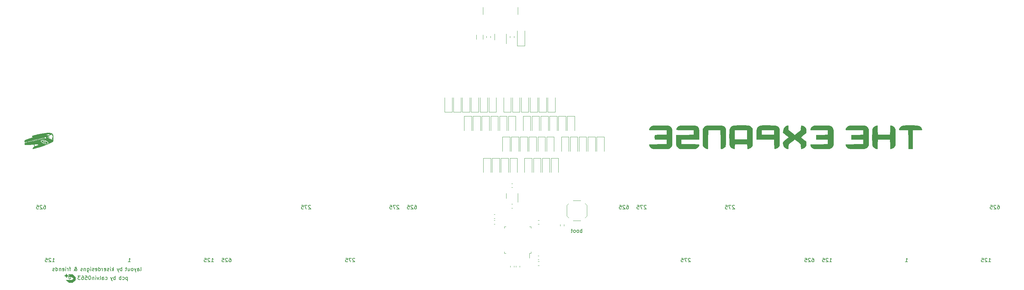
<source format=gbr>
%TF.GenerationSoftware,KiCad,Pcbnew,(7.0.0)*%
%TF.CreationDate,2024-02-03T20:40:06+01:00*%
%TF.ProjectId,the expanse,74686520-6578-4706-916e-73652e6b6963,rev?*%
%TF.SameCoordinates,Original*%
%TF.FileFunction,Legend,Bot*%
%TF.FilePolarity,Positive*%
%FSLAX46Y46*%
G04 Gerber Fmt 4.6, Leading zero omitted, Abs format (unit mm)*
G04 Created by KiCad (PCBNEW (7.0.0)) date 2024-02-03 20:40:06*
%MOMM*%
%LPD*%
G01*
G04 APERTURE LIST*
%ADD10C,0.150000*%
%ADD11C,0.120000*%
G04 APERTURE END LIST*
D10*
X188563094Y-70900119D02*
X188515475Y-70852500D01*
X188515475Y-70852500D02*
X188420237Y-70804880D01*
X188420237Y-70804880D02*
X188182142Y-70804880D01*
X188182142Y-70804880D02*
X188086904Y-70852500D01*
X188086904Y-70852500D02*
X188039285Y-70900119D01*
X188039285Y-70900119D02*
X187991666Y-70995357D01*
X187991666Y-70995357D02*
X187991666Y-71090595D01*
X187991666Y-71090595D02*
X188039285Y-71233452D01*
X188039285Y-71233452D02*
X188610713Y-71804880D01*
X188610713Y-71804880D02*
X187991666Y-71804880D01*
X187658332Y-70804880D02*
X186991666Y-70804880D01*
X186991666Y-70804880D02*
X187420237Y-71804880D01*
X186134523Y-70804880D02*
X186610713Y-70804880D01*
X186610713Y-70804880D02*
X186658332Y-71281071D01*
X186658332Y-71281071D02*
X186610713Y-71233452D01*
X186610713Y-71233452D02*
X186515475Y-71185833D01*
X186515475Y-71185833D02*
X186277380Y-71185833D01*
X186277380Y-71185833D02*
X186182142Y-71233452D01*
X186182142Y-71233452D02*
X186134523Y-71281071D01*
X186134523Y-71281071D02*
X186086904Y-71376309D01*
X186086904Y-71376309D02*
X186086904Y-71614404D01*
X186086904Y-71614404D02*
X186134523Y-71709642D01*
X186134523Y-71709642D02*
X186182142Y-71757261D01*
X186182142Y-71757261D02*
X186277380Y-71804880D01*
X186277380Y-71804880D02*
X186515475Y-71804880D01*
X186515475Y-71804880D02*
X186610713Y-71757261D01*
X186610713Y-71757261D02*
X186658332Y-71709642D01*
X126174404Y-70804880D02*
X126364880Y-70804880D01*
X126364880Y-70804880D02*
X126460118Y-70852500D01*
X126460118Y-70852500D02*
X126507737Y-70900119D01*
X126507737Y-70900119D02*
X126602975Y-71042976D01*
X126602975Y-71042976D02*
X126650594Y-71233452D01*
X126650594Y-71233452D02*
X126650594Y-71614404D01*
X126650594Y-71614404D02*
X126602975Y-71709642D01*
X126602975Y-71709642D02*
X126555356Y-71757261D01*
X126555356Y-71757261D02*
X126460118Y-71804880D01*
X126460118Y-71804880D02*
X126269642Y-71804880D01*
X126269642Y-71804880D02*
X126174404Y-71757261D01*
X126174404Y-71757261D02*
X126126785Y-71709642D01*
X126126785Y-71709642D02*
X126079166Y-71614404D01*
X126079166Y-71614404D02*
X126079166Y-71376309D01*
X126079166Y-71376309D02*
X126126785Y-71281071D01*
X126126785Y-71281071D02*
X126174404Y-71233452D01*
X126174404Y-71233452D02*
X126269642Y-71185833D01*
X126269642Y-71185833D02*
X126460118Y-71185833D01*
X126460118Y-71185833D02*
X126555356Y-71233452D01*
X126555356Y-71233452D02*
X126602975Y-71281071D01*
X126602975Y-71281071D02*
X126650594Y-71376309D01*
X125698213Y-70900119D02*
X125650594Y-70852500D01*
X125650594Y-70852500D02*
X125555356Y-70804880D01*
X125555356Y-70804880D02*
X125317261Y-70804880D01*
X125317261Y-70804880D02*
X125222023Y-70852500D01*
X125222023Y-70852500D02*
X125174404Y-70900119D01*
X125174404Y-70900119D02*
X125126785Y-70995357D01*
X125126785Y-70995357D02*
X125126785Y-71090595D01*
X125126785Y-71090595D02*
X125174404Y-71233452D01*
X125174404Y-71233452D02*
X125745832Y-71804880D01*
X125745832Y-71804880D02*
X125126785Y-71804880D01*
X124222023Y-70804880D02*
X124698213Y-70804880D01*
X124698213Y-70804880D02*
X124745832Y-71281071D01*
X124745832Y-71281071D02*
X124698213Y-71233452D01*
X124698213Y-71233452D02*
X124602975Y-71185833D01*
X124602975Y-71185833D02*
X124364880Y-71185833D01*
X124364880Y-71185833D02*
X124269642Y-71233452D01*
X124269642Y-71233452D02*
X124222023Y-71281071D01*
X124222023Y-71281071D02*
X124174404Y-71376309D01*
X124174404Y-71376309D02*
X124174404Y-71614404D01*
X124174404Y-71614404D02*
X124222023Y-71709642D01*
X124222023Y-71709642D02*
X124269642Y-71757261D01*
X124269642Y-71757261D02*
X124364880Y-71804880D01*
X124364880Y-71804880D02*
X124602975Y-71804880D01*
X124602975Y-71804880D02*
X124698213Y-71757261D01*
X124698213Y-71757261D02*
X124745832Y-71709642D01*
X76168154Y-85092380D02*
X76358630Y-85092380D01*
X76358630Y-85092380D02*
X76453868Y-85140000D01*
X76453868Y-85140000D02*
X76501487Y-85187619D01*
X76501487Y-85187619D02*
X76596725Y-85330476D01*
X76596725Y-85330476D02*
X76644344Y-85520952D01*
X76644344Y-85520952D02*
X76644344Y-85901904D01*
X76644344Y-85901904D02*
X76596725Y-85997142D01*
X76596725Y-85997142D02*
X76549106Y-86044761D01*
X76549106Y-86044761D02*
X76453868Y-86092380D01*
X76453868Y-86092380D02*
X76263392Y-86092380D01*
X76263392Y-86092380D02*
X76168154Y-86044761D01*
X76168154Y-86044761D02*
X76120535Y-85997142D01*
X76120535Y-85997142D02*
X76072916Y-85901904D01*
X76072916Y-85901904D02*
X76072916Y-85663809D01*
X76072916Y-85663809D02*
X76120535Y-85568571D01*
X76120535Y-85568571D02*
X76168154Y-85520952D01*
X76168154Y-85520952D02*
X76263392Y-85473333D01*
X76263392Y-85473333D02*
X76453868Y-85473333D01*
X76453868Y-85473333D02*
X76549106Y-85520952D01*
X76549106Y-85520952D02*
X76596725Y-85568571D01*
X76596725Y-85568571D02*
X76644344Y-85663809D01*
X75691963Y-85187619D02*
X75644344Y-85140000D01*
X75644344Y-85140000D02*
X75549106Y-85092380D01*
X75549106Y-85092380D02*
X75311011Y-85092380D01*
X75311011Y-85092380D02*
X75215773Y-85140000D01*
X75215773Y-85140000D02*
X75168154Y-85187619D01*
X75168154Y-85187619D02*
X75120535Y-85282857D01*
X75120535Y-85282857D02*
X75120535Y-85378095D01*
X75120535Y-85378095D02*
X75168154Y-85520952D01*
X75168154Y-85520952D02*
X75739582Y-86092380D01*
X75739582Y-86092380D02*
X75120535Y-86092380D01*
X74215773Y-85092380D02*
X74691963Y-85092380D01*
X74691963Y-85092380D02*
X74739582Y-85568571D01*
X74739582Y-85568571D02*
X74691963Y-85520952D01*
X74691963Y-85520952D02*
X74596725Y-85473333D01*
X74596725Y-85473333D02*
X74358630Y-85473333D01*
X74358630Y-85473333D02*
X74263392Y-85520952D01*
X74263392Y-85520952D02*
X74215773Y-85568571D01*
X74215773Y-85568571D02*
X74168154Y-85663809D01*
X74168154Y-85663809D02*
X74168154Y-85901904D01*
X74168154Y-85901904D02*
X74215773Y-85997142D01*
X74215773Y-85997142D02*
X74263392Y-86044761D01*
X74263392Y-86044761D02*
X74358630Y-86092380D01*
X74358630Y-86092380D02*
X74596725Y-86092380D01*
X74596725Y-86092380D02*
X74691963Y-86044761D01*
X74691963Y-86044761D02*
X74739582Y-85997142D01*
X283336904Y-70804880D02*
X283527380Y-70804880D01*
X283527380Y-70804880D02*
X283622618Y-70852500D01*
X283622618Y-70852500D02*
X283670237Y-70900119D01*
X283670237Y-70900119D02*
X283765475Y-71042976D01*
X283765475Y-71042976D02*
X283813094Y-71233452D01*
X283813094Y-71233452D02*
X283813094Y-71614404D01*
X283813094Y-71614404D02*
X283765475Y-71709642D01*
X283765475Y-71709642D02*
X283717856Y-71757261D01*
X283717856Y-71757261D02*
X283622618Y-71804880D01*
X283622618Y-71804880D02*
X283432142Y-71804880D01*
X283432142Y-71804880D02*
X283336904Y-71757261D01*
X283336904Y-71757261D02*
X283289285Y-71709642D01*
X283289285Y-71709642D02*
X283241666Y-71614404D01*
X283241666Y-71614404D02*
X283241666Y-71376309D01*
X283241666Y-71376309D02*
X283289285Y-71281071D01*
X283289285Y-71281071D02*
X283336904Y-71233452D01*
X283336904Y-71233452D02*
X283432142Y-71185833D01*
X283432142Y-71185833D02*
X283622618Y-71185833D01*
X283622618Y-71185833D02*
X283717856Y-71233452D01*
X283717856Y-71233452D02*
X283765475Y-71281071D01*
X283765475Y-71281071D02*
X283813094Y-71376309D01*
X282860713Y-70900119D02*
X282813094Y-70852500D01*
X282813094Y-70852500D02*
X282717856Y-70804880D01*
X282717856Y-70804880D02*
X282479761Y-70804880D01*
X282479761Y-70804880D02*
X282384523Y-70852500D01*
X282384523Y-70852500D02*
X282336904Y-70900119D01*
X282336904Y-70900119D02*
X282289285Y-70995357D01*
X282289285Y-70995357D02*
X282289285Y-71090595D01*
X282289285Y-71090595D02*
X282336904Y-71233452D01*
X282336904Y-71233452D02*
X282908332Y-71804880D01*
X282908332Y-71804880D02*
X282289285Y-71804880D01*
X281384523Y-70804880D02*
X281860713Y-70804880D01*
X281860713Y-70804880D02*
X281908332Y-71281071D01*
X281908332Y-71281071D02*
X281860713Y-71233452D01*
X281860713Y-71233452D02*
X281765475Y-71185833D01*
X281765475Y-71185833D02*
X281527380Y-71185833D01*
X281527380Y-71185833D02*
X281432142Y-71233452D01*
X281432142Y-71233452D02*
X281384523Y-71281071D01*
X281384523Y-71281071D02*
X281336904Y-71376309D01*
X281336904Y-71376309D02*
X281336904Y-71614404D01*
X281336904Y-71614404D02*
X281384523Y-71709642D01*
X281384523Y-71709642D02*
X281432142Y-71757261D01*
X281432142Y-71757261D02*
X281527380Y-71804880D01*
X281527380Y-71804880D02*
X281765475Y-71804880D01*
X281765475Y-71804880D02*
X281860713Y-71757261D01*
X281860713Y-71757261D02*
X281908332Y-71709642D01*
X48716369Y-90188214D02*
X48716369Y-91188214D01*
X48716369Y-90235833D02*
X48621131Y-90188214D01*
X48621131Y-90188214D02*
X48430655Y-90188214D01*
X48430655Y-90188214D02*
X48335417Y-90235833D01*
X48335417Y-90235833D02*
X48287798Y-90283452D01*
X48287798Y-90283452D02*
X48240179Y-90378690D01*
X48240179Y-90378690D02*
X48240179Y-90664404D01*
X48240179Y-90664404D02*
X48287798Y-90759642D01*
X48287798Y-90759642D02*
X48335417Y-90807261D01*
X48335417Y-90807261D02*
X48430655Y-90854880D01*
X48430655Y-90854880D02*
X48621131Y-90854880D01*
X48621131Y-90854880D02*
X48716369Y-90807261D01*
X47383036Y-90807261D02*
X47478274Y-90854880D01*
X47478274Y-90854880D02*
X47668750Y-90854880D01*
X47668750Y-90854880D02*
X47763988Y-90807261D01*
X47763988Y-90807261D02*
X47811607Y-90759642D01*
X47811607Y-90759642D02*
X47859226Y-90664404D01*
X47859226Y-90664404D02*
X47859226Y-90378690D01*
X47859226Y-90378690D02*
X47811607Y-90283452D01*
X47811607Y-90283452D02*
X47763988Y-90235833D01*
X47763988Y-90235833D02*
X47668750Y-90188214D01*
X47668750Y-90188214D02*
X47478274Y-90188214D01*
X47478274Y-90188214D02*
X47383036Y-90235833D01*
X46954464Y-90854880D02*
X46954464Y-89854880D01*
X46954464Y-90235833D02*
X46859226Y-90188214D01*
X46859226Y-90188214D02*
X46668750Y-90188214D01*
X46668750Y-90188214D02*
X46573512Y-90235833D01*
X46573512Y-90235833D02*
X46525893Y-90283452D01*
X46525893Y-90283452D02*
X46478274Y-90378690D01*
X46478274Y-90378690D02*
X46478274Y-90664404D01*
X46478274Y-90664404D02*
X46525893Y-90759642D01*
X46525893Y-90759642D02*
X46573512Y-90807261D01*
X46573512Y-90807261D02*
X46668750Y-90854880D01*
X46668750Y-90854880D02*
X46859226Y-90854880D01*
X46859226Y-90854880D02*
X46954464Y-90807261D01*
X45449702Y-90854880D02*
X45449702Y-89854880D01*
X45449702Y-90235833D02*
X45354464Y-90188214D01*
X45354464Y-90188214D02*
X45163988Y-90188214D01*
X45163988Y-90188214D02*
X45068750Y-90235833D01*
X45068750Y-90235833D02*
X45021131Y-90283452D01*
X45021131Y-90283452D02*
X44973512Y-90378690D01*
X44973512Y-90378690D02*
X44973512Y-90664404D01*
X44973512Y-90664404D02*
X45021131Y-90759642D01*
X45021131Y-90759642D02*
X45068750Y-90807261D01*
X45068750Y-90807261D02*
X45163988Y-90854880D01*
X45163988Y-90854880D02*
X45354464Y-90854880D01*
X45354464Y-90854880D02*
X45449702Y-90807261D01*
X44640178Y-90188214D02*
X44402083Y-90854880D01*
X44163988Y-90188214D02*
X44402083Y-90854880D01*
X44402083Y-90854880D02*
X44497321Y-91092976D01*
X44497321Y-91092976D02*
X44544940Y-91140595D01*
X44544940Y-91140595D02*
X44640178Y-91188214D01*
X42754464Y-90807261D02*
X42849702Y-90854880D01*
X42849702Y-90854880D02*
X43040178Y-90854880D01*
X43040178Y-90854880D02*
X43135416Y-90807261D01*
X43135416Y-90807261D02*
X43183035Y-90759642D01*
X43183035Y-90759642D02*
X43230654Y-90664404D01*
X43230654Y-90664404D02*
X43230654Y-90378690D01*
X43230654Y-90378690D02*
X43183035Y-90283452D01*
X43183035Y-90283452D02*
X43135416Y-90235833D01*
X43135416Y-90235833D02*
X43040178Y-90188214D01*
X43040178Y-90188214D02*
X42849702Y-90188214D01*
X42849702Y-90188214D02*
X42754464Y-90235833D01*
X41897321Y-90854880D02*
X41897321Y-90331071D01*
X41897321Y-90331071D02*
X41944940Y-90235833D01*
X41944940Y-90235833D02*
X42040178Y-90188214D01*
X42040178Y-90188214D02*
X42230654Y-90188214D01*
X42230654Y-90188214D02*
X42325892Y-90235833D01*
X41897321Y-90807261D02*
X41992559Y-90854880D01*
X41992559Y-90854880D02*
X42230654Y-90854880D01*
X42230654Y-90854880D02*
X42325892Y-90807261D01*
X42325892Y-90807261D02*
X42373511Y-90712023D01*
X42373511Y-90712023D02*
X42373511Y-90616785D01*
X42373511Y-90616785D02*
X42325892Y-90521547D01*
X42325892Y-90521547D02*
X42230654Y-90473928D01*
X42230654Y-90473928D02*
X41992559Y-90473928D01*
X41992559Y-90473928D02*
X41897321Y-90426309D01*
X41278273Y-90854880D02*
X41373511Y-90807261D01*
X41373511Y-90807261D02*
X41421130Y-90712023D01*
X41421130Y-90712023D02*
X41421130Y-89854880D01*
X40992558Y-90188214D02*
X40754463Y-90854880D01*
X40754463Y-90854880D02*
X40516368Y-90188214D01*
X40135415Y-90854880D02*
X40135415Y-90188214D01*
X40135415Y-89854880D02*
X40183034Y-89902500D01*
X40183034Y-89902500D02*
X40135415Y-89950119D01*
X40135415Y-89950119D02*
X40087796Y-89902500D01*
X40087796Y-89902500D02*
X40135415Y-89854880D01*
X40135415Y-89854880D02*
X40135415Y-89950119D01*
X39659225Y-90188214D02*
X39659225Y-90854880D01*
X39659225Y-90283452D02*
X39611606Y-90235833D01*
X39611606Y-90235833D02*
X39516368Y-90188214D01*
X39516368Y-90188214D02*
X39373511Y-90188214D01*
X39373511Y-90188214D02*
X39278273Y-90235833D01*
X39278273Y-90235833D02*
X39230654Y-90331071D01*
X39230654Y-90331071D02*
X39230654Y-90854880D01*
X38563987Y-89854880D02*
X38468749Y-89854880D01*
X38468749Y-89854880D02*
X38373511Y-89902500D01*
X38373511Y-89902500D02*
X38325892Y-89950119D01*
X38325892Y-89950119D02*
X38278273Y-90045357D01*
X38278273Y-90045357D02*
X38230654Y-90235833D01*
X38230654Y-90235833D02*
X38230654Y-90473928D01*
X38230654Y-90473928D02*
X38278273Y-90664404D01*
X38278273Y-90664404D02*
X38325892Y-90759642D01*
X38325892Y-90759642D02*
X38373511Y-90807261D01*
X38373511Y-90807261D02*
X38468749Y-90854880D01*
X38468749Y-90854880D02*
X38563987Y-90854880D01*
X38563987Y-90854880D02*
X38659225Y-90807261D01*
X38659225Y-90807261D02*
X38706844Y-90759642D01*
X38706844Y-90759642D02*
X38754463Y-90664404D01*
X38754463Y-90664404D02*
X38802082Y-90473928D01*
X38802082Y-90473928D02*
X38802082Y-90235833D01*
X38802082Y-90235833D02*
X38754463Y-90045357D01*
X38754463Y-90045357D02*
X38706844Y-89950119D01*
X38706844Y-89950119D02*
X38659225Y-89902500D01*
X38659225Y-89902500D02*
X38563987Y-89854880D01*
X37325892Y-89854880D02*
X37802082Y-89854880D01*
X37802082Y-89854880D02*
X37849701Y-90331071D01*
X37849701Y-90331071D02*
X37802082Y-90283452D01*
X37802082Y-90283452D02*
X37706844Y-90235833D01*
X37706844Y-90235833D02*
X37468749Y-90235833D01*
X37468749Y-90235833D02*
X37373511Y-90283452D01*
X37373511Y-90283452D02*
X37325892Y-90331071D01*
X37325892Y-90331071D02*
X37278273Y-90426309D01*
X37278273Y-90426309D02*
X37278273Y-90664404D01*
X37278273Y-90664404D02*
X37325892Y-90759642D01*
X37325892Y-90759642D02*
X37373511Y-90807261D01*
X37373511Y-90807261D02*
X37468749Y-90854880D01*
X37468749Y-90854880D02*
X37706844Y-90854880D01*
X37706844Y-90854880D02*
X37802082Y-90807261D01*
X37802082Y-90807261D02*
X37849701Y-90759642D01*
X36421130Y-89854880D02*
X36611606Y-89854880D01*
X36611606Y-89854880D02*
X36706844Y-89902500D01*
X36706844Y-89902500D02*
X36754463Y-89950119D01*
X36754463Y-89950119D02*
X36849701Y-90092976D01*
X36849701Y-90092976D02*
X36897320Y-90283452D01*
X36897320Y-90283452D02*
X36897320Y-90664404D01*
X36897320Y-90664404D02*
X36849701Y-90759642D01*
X36849701Y-90759642D02*
X36802082Y-90807261D01*
X36802082Y-90807261D02*
X36706844Y-90854880D01*
X36706844Y-90854880D02*
X36516368Y-90854880D01*
X36516368Y-90854880D02*
X36421130Y-90807261D01*
X36421130Y-90807261D02*
X36373511Y-90759642D01*
X36373511Y-90759642D02*
X36325892Y-90664404D01*
X36325892Y-90664404D02*
X36325892Y-90426309D01*
X36325892Y-90426309D02*
X36373511Y-90331071D01*
X36373511Y-90331071D02*
X36421130Y-90283452D01*
X36421130Y-90283452D02*
X36516368Y-90235833D01*
X36516368Y-90235833D02*
X36706844Y-90235833D01*
X36706844Y-90235833D02*
X36802082Y-90283452D01*
X36802082Y-90283452D02*
X36849701Y-90331071D01*
X36849701Y-90331071D02*
X36897320Y-90426309D01*
X35992558Y-89854880D02*
X35373511Y-89854880D01*
X35373511Y-89854880D02*
X35706844Y-90235833D01*
X35706844Y-90235833D02*
X35563987Y-90235833D01*
X35563987Y-90235833D02*
X35468749Y-90283452D01*
X35468749Y-90283452D02*
X35421130Y-90331071D01*
X35421130Y-90331071D02*
X35373511Y-90426309D01*
X35373511Y-90426309D02*
X35373511Y-90664404D01*
X35373511Y-90664404D02*
X35421130Y-90759642D01*
X35421130Y-90759642D02*
X35468749Y-90807261D01*
X35468749Y-90807261D02*
X35563987Y-90854880D01*
X35563987Y-90854880D02*
X35849701Y-90854880D01*
X35849701Y-90854880D02*
X35944939Y-90807261D01*
X35944939Y-90807261D02*
X35992558Y-90759642D01*
X183324404Y-70804880D02*
X183514880Y-70804880D01*
X183514880Y-70804880D02*
X183610118Y-70852500D01*
X183610118Y-70852500D02*
X183657737Y-70900119D01*
X183657737Y-70900119D02*
X183752975Y-71042976D01*
X183752975Y-71042976D02*
X183800594Y-71233452D01*
X183800594Y-71233452D02*
X183800594Y-71614404D01*
X183800594Y-71614404D02*
X183752975Y-71709642D01*
X183752975Y-71709642D02*
X183705356Y-71757261D01*
X183705356Y-71757261D02*
X183610118Y-71804880D01*
X183610118Y-71804880D02*
X183419642Y-71804880D01*
X183419642Y-71804880D02*
X183324404Y-71757261D01*
X183324404Y-71757261D02*
X183276785Y-71709642D01*
X183276785Y-71709642D02*
X183229166Y-71614404D01*
X183229166Y-71614404D02*
X183229166Y-71376309D01*
X183229166Y-71376309D02*
X183276785Y-71281071D01*
X183276785Y-71281071D02*
X183324404Y-71233452D01*
X183324404Y-71233452D02*
X183419642Y-71185833D01*
X183419642Y-71185833D02*
X183610118Y-71185833D01*
X183610118Y-71185833D02*
X183705356Y-71233452D01*
X183705356Y-71233452D02*
X183752975Y-71281071D01*
X183752975Y-71281071D02*
X183800594Y-71376309D01*
X182848213Y-70900119D02*
X182800594Y-70852500D01*
X182800594Y-70852500D02*
X182705356Y-70804880D01*
X182705356Y-70804880D02*
X182467261Y-70804880D01*
X182467261Y-70804880D02*
X182372023Y-70852500D01*
X182372023Y-70852500D02*
X182324404Y-70900119D01*
X182324404Y-70900119D02*
X182276785Y-70995357D01*
X182276785Y-70995357D02*
X182276785Y-71090595D01*
X182276785Y-71090595D02*
X182324404Y-71233452D01*
X182324404Y-71233452D02*
X182895832Y-71804880D01*
X182895832Y-71804880D02*
X182276785Y-71804880D01*
X181372023Y-70804880D02*
X181848213Y-70804880D01*
X181848213Y-70804880D02*
X181895832Y-71281071D01*
X181895832Y-71281071D02*
X181848213Y-71233452D01*
X181848213Y-71233452D02*
X181752975Y-71185833D01*
X181752975Y-71185833D02*
X181514880Y-71185833D01*
X181514880Y-71185833D02*
X181419642Y-71233452D01*
X181419642Y-71233452D02*
X181372023Y-71281071D01*
X181372023Y-71281071D02*
X181324404Y-71376309D01*
X181324404Y-71376309D02*
X181324404Y-71614404D01*
X181324404Y-71614404D02*
X181372023Y-71709642D01*
X181372023Y-71709642D02*
X181419642Y-71757261D01*
X181419642Y-71757261D02*
X181514880Y-71804880D01*
X181514880Y-71804880D02*
X181752975Y-71804880D01*
X181752975Y-71804880D02*
X181848213Y-71757261D01*
X181848213Y-71757261D02*
X181895832Y-71709642D01*
X28447916Y-86092380D02*
X29019344Y-86092380D01*
X28733630Y-86092380D02*
X28733630Y-85092380D01*
X28733630Y-85092380D02*
X28828868Y-85235238D01*
X28828868Y-85235238D02*
X28924106Y-85330476D01*
X28924106Y-85330476D02*
X29019344Y-85378095D01*
X28066963Y-85187619D02*
X28019344Y-85140000D01*
X28019344Y-85140000D02*
X27924106Y-85092380D01*
X27924106Y-85092380D02*
X27686011Y-85092380D01*
X27686011Y-85092380D02*
X27590773Y-85140000D01*
X27590773Y-85140000D02*
X27543154Y-85187619D01*
X27543154Y-85187619D02*
X27495535Y-85282857D01*
X27495535Y-85282857D02*
X27495535Y-85378095D01*
X27495535Y-85378095D02*
X27543154Y-85520952D01*
X27543154Y-85520952D02*
X28114582Y-86092380D01*
X28114582Y-86092380D02*
X27495535Y-86092380D01*
X26590773Y-85092380D02*
X27066963Y-85092380D01*
X27066963Y-85092380D02*
X27114582Y-85568571D01*
X27114582Y-85568571D02*
X27066963Y-85520952D01*
X27066963Y-85520952D02*
X26971725Y-85473333D01*
X26971725Y-85473333D02*
X26733630Y-85473333D01*
X26733630Y-85473333D02*
X26638392Y-85520952D01*
X26638392Y-85520952D02*
X26590773Y-85568571D01*
X26590773Y-85568571D02*
X26543154Y-85663809D01*
X26543154Y-85663809D02*
X26543154Y-85901904D01*
X26543154Y-85901904D02*
X26590773Y-85997142D01*
X26590773Y-85997142D02*
X26638392Y-86044761D01*
X26638392Y-86044761D02*
X26733630Y-86092380D01*
X26733630Y-86092380D02*
X26971725Y-86092380D01*
X26971725Y-86092380D02*
X27066963Y-86044761D01*
X27066963Y-86044761D02*
X27114582Y-85997142D01*
X52228870Y-88473630D02*
X52324108Y-88426011D01*
X52324108Y-88426011D02*
X52371727Y-88330773D01*
X52371727Y-88330773D02*
X52371727Y-87473630D01*
X51419346Y-88473630D02*
X51419346Y-87949821D01*
X51419346Y-87949821D02*
X51466965Y-87854583D01*
X51466965Y-87854583D02*
X51562203Y-87806964D01*
X51562203Y-87806964D02*
X51752679Y-87806964D01*
X51752679Y-87806964D02*
X51847917Y-87854583D01*
X51419346Y-88426011D02*
X51514584Y-88473630D01*
X51514584Y-88473630D02*
X51752679Y-88473630D01*
X51752679Y-88473630D02*
X51847917Y-88426011D01*
X51847917Y-88426011D02*
X51895536Y-88330773D01*
X51895536Y-88330773D02*
X51895536Y-88235535D01*
X51895536Y-88235535D02*
X51847917Y-88140297D01*
X51847917Y-88140297D02*
X51752679Y-88092678D01*
X51752679Y-88092678D02*
X51514584Y-88092678D01*
X51514584Y-88092678D02*
X51419346Y-88045059D01*
X51038393Y-87806964D02*
X50800298Y-88473630D01*
X50562203Y-87806964D02*
X50800298Y-88473630D01*
X50800298Y-88473630D02*
X50895536Y-88711726D01*
X50895536Y-88711726D02*
X50943155Y-88759345D01*
X50943155Y-88759345D02*
X51038393Y-88806964D01*
X50038393Y-88473630D02*
X50133631Y-88426011D01*
X50133631Y-88426011D02*
X50181250Y-88378392D01*
X50181250Y-88378392D02*
X50228869Y-88283154D01*
X50228869Y-88283154D02*
X50228869Y-87997440D01*
X50228869Y-87997440D02*
X50181250Y-87902202D01*
X50181250Y-87902202D02*
X50133631Y-87854583D01*
X50133631Y-87854583D02*
X50038393Y-87806964D01*
X50038393Y-87806964D02*
X49895536Y-87806964D01*
X49895536Y-87806964D02*
X49800298Y-87854583D01*
X49800298Y-87854583D02*
X49752679Y-87902202D01*
X49752679Y-87902202D02*
X49705060Y-87997440D01*
X49705060Y-87997440D02*
X49705060Y-88283154D01*
X49705060Y-88283154D02*
X49752679Y-88378392D01*
X49752679Y-88378392D02*
X49800298Y-88426011D01*
X49800298Y-88426011D02*
X49895536Y-88473630D01*
X49895536Y-88473630D02*
X50038393Y-88473630D01*
X48847917Y-87806964D02*
X48847917Y-88473630D01*
X49276488Y-87806964D02*
X49276488Y-88330773D01*
X49276488Y-88330773D02*
X49228869Y-88426011D01*
X49228869Y-88426011D02*
X49133631Y-88473630D01*
X49133631Y-88473630D02*
X48990774Y-88473630D01*
X48990774Y-88473630D02*
X48895536Y-88426011D01*
X48895536Y-88426011D02*
X48847917Y-88378392D01*
X48514583Y-87806964D02*
X48133631Y-87806964D01*
X48371726Y-87473630D02*
X48371726Y-88330773D01*
X48371726Y-88330773D02*
X48324107Y-88426011D01*
X48324107Y-88426011D02*
X48228869Y-88473630D01*
X48228869Y-88473630D02*
X48133631Y-88473630D01*
X47200297Y-88473630D02*
X47200297Y-87473630D01*
X47200297Y-87854583D02*
X47105059Y-87806964D01*
X47105059Y-87806964D02*
X46914583Y-87806964D01*
X46914583Y-87806964D02*
X46819345Y-87854583D01*
X46819345Y-87854583D02*
X46771726Y-87902202D01*
X46771726Y-87902202D02*
X46724107Y-87997440D01*
X46724107Y-87997440D02*
X46724107Y-88283154D01*
X46724107Y-88283154D02*
X46771726Y-88378392D01*
X46771726Y-88378392D02*
X46819345Y-88426011D01*
X46819345Y-88426011D02*
X46914583Y-88473630D01*
X46914583Y-88473630D02*
X47105059Y-88473630D01*
X47105059Y-88473630D02*
X47200297Y-88426011D01*
X46390773Y-87806964D02*
X46152678Y-88473630D01*
X45914583Y-87806964D02*
X46152678Y-88473630D01*
X46152678Y-88473630D02*
X46247916Y-88711726D01*
X46247916Y-88711726D02*
X46295535Y-88759345D01*
X46295535Y-88759345D02*
X46390773Y-88806964D01*
X44933630Y-88473630D02*
X44933630Y-87473630D01*
X44838392Y-88092678D02*
X44552678Y-88473630D01*
X44552678Y-87806964D02*
X44933630Y-88187916D01*
X44124106Y-88473630D02*
X44124106Y-87806964D01*
X44124106Y-87473630D02*
X44171725Y-87521250D01*
X44171725Y-87521250D02*
X44124106Y-87568869D01*
X44124106Y-87568869D02*
X44076487Y-87521250D01*
X44076487Y-87521250D02*
X44124106Y-87473630D01*
X44124106Y-87473630D02*
X44124106Y-87568869D01*
X43695535Y-88426011D02*
X43600297Y-88473630D01*
X43600297Y-88473630D02*
X43409821Y-88473630D01*
X43409821Y-88473630D02*
X43314583Y-88426011D01*
X43314583Y-88426011D02*
X43266964Y-88330773D01*
X43266964Y-88330773D02*
X43266964Y-88283154D01*
X43266964Y-88283154D02*
X43314583Y-88187916D01*
X43314583Y-88187916D02*
X43409821Y-88140297D01*
X43409821Y-88140297D02*
X43552678Y-88140297D01*
X43552678Y-88140297D02*
X43647916Y-88092678D01*
X43647916Y-88092678D02*
X43695535Y-87997440D01*
X43695535Y-87997440D02*
X43695535Y-87949821D01*
X43695535Y-87949821D02*
X43647916Y-87854583D01*
X43647916Y-87854583D02*
X43552678Y-87806964D01*
X43552678Y-87806964D02*
X43409821Y-87806964D01*
X43409821Y-87806964D02*
X43314583Y-87854583D01*
X42457440Y-88426011D02*
X42552678Y-88473630D01*
X42552678Y-88473630D02*
X42743154Y-88473630D01*
X42743154Y-88473630D02*
X42838392Y-88426011D01*
X42838392Y-88426011D02*
X42886011Y-88330773D01*
X42886011Y-88330773D02*
X42886011Y-87949821D01*
X42886011Y-87949821D02*
X42838392Y-87854583D01*
X42838392Y-87854583D02*
X42743154Y-87806964D01*
X42743154Y-87806964D02*
X42552678Y-87806964D01*
X42552678Y-87806964D02*
X42457440Y-87854583D01*
X42457440Y-87854583D02*
X42409821Y-87949821D01*
X42409821Y-87949821D02*
X42409821Y-88045059D01*
X42409821Y-88045059D02*
X42886011Y-88140297D01*
X41981249Y-88473630D02*
X41981249Y-87806964D01*
X41981249Y-87997440D02*
X41933630Y-87902202D01*
X41933630Y-87902202D02*
X41886011Y-87854583D01*
X41886011Y-87854583D02*
X41790773Y-87806964D01*
X41790773Y-87806964D02*
X41695535Y-87806964D01*
X40933630Y-88473630D02*
X40933630Y-87473630D01*
X40933630Y-88426011D02*
X41028868Y-88473630D01*
X41028868Y-88473630D02*
X41219344Y-88473630D01*
X41219344Y-88473630D02*
X41314582Y-88426011D01*
X41314582Y-88426011D02*
X41362201Y-88378392D01*
X41362201Y-88378392D02*
X41409820Y-88283154D01*
X41409820Y-88283154D02*
X41409820Y-87997440D01*
X41409820Y-87997440D02*
X41362201Y-87902202D01*
X41362201Y-87902202D02*
X41314582Y-87854583D01*
X41314582Y-87854583D02*
X41219344Y-87806964D01*
X41219344Y-87806964D02*
X41028868Y-87806964D01*
X41028868Y-87806964D02*
X40933630Y-87854583D01*
X40076487Y-88426011D02*
X40171725Y-88473630D01*
X40171725Y-88473630D02*
X40362201Y-88473630D01*
X40362201Y-88473630D02*
X40457439Y-88426011D01*
X40457439Y-88426011D02*
X40505058Y-88330773D01*
X40505058Y-88330773D02*
X40505058Y-87949821D01*
X40505058Y-87949821D02*
X40457439Y-87854583D01*
X40457439Y-87854583D02*
X40362201Y-87806964D01*
X40362201Y-87806964D02*
X40171725Y-87806964D01*
X40171725Y-87806964D02*
X40076487Y-87854583D01*
X40076487Y-87854583D02*
X40028868Y-87949821D01*
X40028868Y-87949821D02*
X40028868Y-88045059D01*
X40028868Y-88045059D02*
X40505058Y-88140297D01*
X39647915Y-88426011D02*
X39552677Y-88473630D01*
X39552677Y-88473630D02*
X39362201Y-88473630D01*
X39362201Y-88473630D02*
X39266963Y-88426011D01*
X39266963Y-88426011D02*
X39219344Y-88330773D01*
X39219344Y-88330773D02*
X39219344Y-88283154D01*
X39219344Y-88283154D02*
X39266963Y-88187916D01*
X39266963Y-88187916D02*
X39362201Y-88140297D01*
X39362201Y-88140297D02*
X39505058Y-88140297D01*
X39505058Y-88140297D02*
X39600296Y-88092678D01*
X39600296Y-88092678D02*
X39647915Y-87997440D01*
X39647915Y-87997440D02*
X39647915Y-87949821D01*
X39647915Y-87949821D02*
X39600296Y-87854583D01*
X39600296Y-87854583D02*
X39505058Y-87806964D01*
X39505058Y-87806964D02*
X39362201Y-87806964D01*
X39362201Y-87806964D02*
X39266963Y-87854583D01*
X38790772Y-88473630D02*
X38790772Y-87806964D01*
X38790772Y-87473630D02*
X38838391Y-87521250D01*
X38838391Y-87521250D02*
X38790772Y-87568869D01*
X38790772Y-87568869D02*
X38743153Y-87521250D01*
X38743153Y-87521250D02*
X38790772Y-87473630D01*
X38790772Y-87473630D02*
X38790772Y-87568869D01*
X37886011Y-87806964D02*
X37886011Y-88616488D01*
X37886011Y-88616488D02*
X37933630Y-88711726D01*
X37933630Y-88711726D02*
X37981249Y-88759345D01*
X37981249Y-88759345D02*
X38076487Y-88806964D01*
X38076487Y-88806964D02*
X38219344Y-88806964D01*
X38219344Y-88806964D02*
X38314582Y-88759345D01*
X37886011Y-88426011D02*
X37981249Y-88473630D01*
X37981249Y-88473630D02*
X38171725Y-88473630D01*
X38171725Y-88473630D02*
X38266963Y-88426011D01*
X38266963Y-88426011D02*
X38314582Y-88378392D01*
X38314582Y-88378392D02*
X38362201Y-88283154D01*
X38362201Y-88283154D02*
X38362201Y-87997440D01*
X38362201Y-87997440D02*
X38314582Y-87902202D01*
X38314582Y-87902202D02*
X38266963Y-87854583D01*
X38266963Y-87854583D02*
X38171725Y-87806964D01*
X38171725Y-87806964D02*
X37981249Y-87806964D01*
X37981249Y-87806964D02*
X37886011Y-87854583D01*
X37409820Y-87806964D02*
X37409820Y-88473630D01*
X37409820Y-87902202D02*
X37362201Y-87854583D01*
X37362201Y-87854583D02*
X37266963Y-87806964D01*
X37266963Y-87806964D02*
X37124106Y-87806964D01*
X37124106Y-87806964D02*
X37028868Y-87854583D01*
X37028868Y-87854583D02*
X36981249Y-87949821D01*
X36981249Y-87949821D02*
X36981249Y-88473630D01*
X36552677Y-88426011D02*
X36457439Y-88473630D01*
X36457439Y-88473630D02*
X36266963Y-88473630D01*
X36266963Y-88473630D02*
X36171725Y-88426011D01*
X36171725Y-88426011D02*
X36124106Y-88330773D01*
X36124106Y-88330773D02*
X36124106Y-88283154D01*
X36124106Y-88283154D02*
X36171725Y-88187916D01*
X36171725Y-88187916D02*
X36266963Y-88140297D01*
X36266963Y-88140297D02*
X36409820Y-88140297D01*
X36409820Y-88140297D02*
X36505058Y-88092678D01*
X36505058Y-88092678D02*
X36552677Y-87997440D01*
X36552677Y-87997440D02*
X36552677Y-87949821D01*
X36552677Y-87949821D02*
X36505058Y-87854583D01*
X36505058Y-87854583D02*
X36409820Y-87806964D01*
X36409820Y-87806964D02*
X36266963Y-87806964D01*
X36266963Y-87806964D02*
X36171725Y-87854583D01*
X34286010Y-88473630D02*
X34333630Y-88473630D01*
X34333630Y-88473630D02*
X34428868Y-88426011D01*
X34428868Y-88426011D02*
X34571725Y-88283154D01*
X34571725Y-88283154D02*
X34809820Y-87997440D01*
X34809820Y-87997440D02*
X34905058Y-87854583D01*
X34905058Y-87854583D02*
X34952677Y-87711726D01*
X34952677Y-87711726D02*
X34952677Y-87616488D01*
X34952677Y-87616488D02*
X34905058Y-87521250D01*
X34905058Y-87521250D02*
X34809820Y-87473630D01*
X34809820Y-87473630D02*
X34762201Y-87473630D01*
X34762201Y-87473630D02*
X34666963Y-87521250D01*
X34666963Y-87521250D02*
X34619344Y-87616488D01*
X34619344Y-87616488D02*
X34619344Y-87664107D01*
X34619344Y-87664107D02*
X34666963Y-87759345D01*
X34666963Y-87759345D02*
X34714582Y-87806964D01*
X34714582Y-87806964D02*
X35000296Y-87997440D01*
X35000296Y-87997440D02*
X35047915Y-88045059D01*
X35047915Y-88045059D02*
X35095534Y-88140297D01*
X35095534Y-88140297D02*
X35095534Y-88283154D01*
X35095534Y-88283154D02*
X35047915Y-88378392D01*
X35047915Y-88378392D02*
X35000296Y-88426011D01*
X35000296Y-88426011D02*
X34905058Y-88473630D01*
X34905058Y-88473630D02*
X34762201Y-88473630D01*
X34762201Y-88473630D02*
X34666963Y-88426011D01*
X34666963Y-88426011D02*
X34619344Y-88378392D01*
X34619344Y-88378392D02*
X34476487Y-88187916D01*
X34476487Y-88187916D02*
X34428868Y-88045059D01*
X34428868Y-88045059D02*
X34428868Y-87949821D01*
X33400296Y-87806964D02*
X33019344Y-87806964D01*
X33257439Y-88473630D02*
X33257439Y-87616488D01*
X33257439Y-87616488D02*
X33209820Y-87521250D01*
X33209820Y-87521250D02*
X33114582Y-87473630D01*
X33114582Y-87473630D02*
X33019344Y-87473630D01*
X32686010Y-88473630D02*
X32686010Y-87806964D01*
X32686010Y-87997440D02*
X32638391Y-87902202D01*
X32638391Y-87902202D02*
X32590772Y-87854583D01*
X32590772Y-87854583D02*
X32495534Y-87806964D01*
X32495534Y-87806964D02*
X32400296Y-87806964D01*
X32066962Y-88473630D02*
X32066962Y-87806964D01*
X32066962Y-87473630D02*
X32114581Y-87521250D01*
X32114581Y-87521250D02*
X32066962Y-87568869D01*
X32066962Y-87568869D02*
X32019343Y-87521250D01*
X32019343Y-87521250D02*
X32066962Y-87473630D01*
X32066962Y-87473630D02*
X32066962Y-87568869D01*
X31209820Y-88426011D02*
X31305058Y-88473630D01*
X31305058Y-88473630D02*
X31495534Y-88473630D01*
X31495534Y-88473630D02*
X31590772Y-88426011D01*
X31590772Y-88426011D02*
X31638391Y-88330773D01*
X31638391Y-88330773D02*
X31638391Y-87949821D01*
X31638391Y-87949821D02*
X31590772Y-87854583D01*
X31590772Y-87854583D02*
X31495534Y-87806964D01*
X31495534Y-87806964D02*
X31305058Y-87806964D01*
X31305058Y-87806964D02*
X31209820Y-87854583D01*
X31209820Y-87854583D02*
X31162201Y-87949821D01*
X31162201Y-87949821D02*
X31162201Y-88045059D01*
X31162201Y-88045059D02*
X31638391Y-88140297D01*
X30733629Y-87806964D02*
X30733629Y-88473630D01*
X30733629Y-87902202D02*
X30686010Y-87854583D01*
X30686010Y-87854583D02*
X30590772Y-87806964D01*
X30590772Y-87806964D02*
X30447915Y-87806964D01*
X30447915Y-87806964D02*
X30352677Y-87854583D01*
X30352677Y-87854583D02*
X30305058Y-87949821D01*
X30305058Y-87949821D02*
X30305058Y-88473630D01*
X29400296Y-88473630D02*
X29400296Y-87473630D01*
X29400296Y-88426011D02*
X29495534Y-88473630D01*
X29495534Y-88473630D02*
X29686010Y-88473630D01*
X29686010Y-88473630D02*
X29781248Y-88426011D01*
X29781248Y-88426011D02*
X29828867Y-88378392D01*
X29828867Y-88378392D02*
X29876486Y-88283154D01*
X29876486Y-88283154D02*
X29876486Y-87997440D01*
X29876486Y-87997440D02*
X29828867Y-87902202D01*
X29828867Y-87902202D02*
X29781248Y-87854583D01*
X29781248Y-87854583D02*
X29686010Y-87806964D01*
X29686010Y-87806964D02*
X29495534Y-87806964D01*
X29495534Y-87806964D02*
X29400296Y-87854583D01*
X28971724Y-88426011D02*
X28876486Y-88473630D01*
X28876486Y-88473630D02*
X28686010Y-88473630D01*
X28686010Y-88473630D02*
X28590772Y-88426011D01*
X28590772Y-88426011D02*
X28543153Y-88330773D01*
X28543153Y-88330773D02*
X28543153Y-88283154D01*
X28543153Y-88283154D02*
X28590772Y-88187916D01*
X28590772Y-88187916D02*
X28686010Y-88140297D01*
X28686010Y-88140297D02*
X28828867Y-88140297D01*
X28828867Y-88140297D02*
X28924105Y-88092678D01*
X28924105Y-88092678D02*
X28971724Y-87997440D01*
X28971724Y-87997440D02*
X28971724Y-87949821D01*
X28971724Y-87949821D02*
X28924105Y-87854583D01*
X28924105Y-87854583D02*
X28828867Y-87806964D01*
X28828867Y-87806964D02*
X28686010Y-87806964D01*
X28686010Y-87806964D02*
X28590772Y-87854583D01*
X280860416Y-86092380D02*
X281431844Y-86092380D01*
X281146130Y-86092380D02*
X281146130Y-85092380D01*
X281146130Y-85092380D02*
X281241368Y-85235238D01*
X281241368Y-85235238D02*
X281336606Y-85330476D01*
X281336606Y-85330476D02*
X281431844Y-85378095D01*
X280479463Y-85187619D02*
X280431844Y-85140000D01*
X280431844Y-85140000D02*
X280336606Y-85092380D01*
X280336606Y-85092380D02*
X280098511Y-85092380D01*
X280098511Y-85092380D02*
X280003273Y-85140000D01*
X280003273Y-85140000D02*
X279955654Y-85187619D01*
X279955654Y-85187619D02*
X279908035Y-85282857D01*
X279908035Y-85282857D02*
X279908035Y-85378095D01*
X279908035Y-85378095D02*
X279955654Y-85520952D01*
X279955654Y-85520952D02*
X280527082Y-86092380D01*
X280527082Y-86092380D02*
X279908035Y-86092380D01*
X279003273Y-85092380D02*
X279479463Y-85092380D01*
X279479463Y-85092380D02*
X279527082Y-85568571D01*
X279527082Y-85568571D02*
X279479463Y-85520952D01*
X279479463Y-85520952D02*
X279384225Y-85473333D01*
X279384225Y-85473333D02*
X279146130Y-85473333D01*
X279146130Y-85473333D02*
X279050892Y-85520952D01*
X279050892Y-85520952D02*
X279003273Y-85568571D01*
X279003273Y-85568571D02*
X278955654Y-85663809D01*
X278955654Y-85663809D02*
X278955654Y-85901904D01*
X278955654Y-85901904D02*
X279003273Y-85997142D01*
X279003273Y-85997142D02*
X279050892Y-86044761D01*
X279050892Y-86044761D02*
X279146130Y-86092380D01*
X279146130Y-86092380D02*
X279384225Y-86092380D01*
X279384225Y-86092380D02*
X279479463Y-86044761D01*
X279479463Y-86044761D02*
X279527082Y-85997142D01*
X71310416Y-86092380D02*
X71881844Y-86092380D01*
X71596130Y-86092380D02*
X71596130Y-85092380D01*
X71596130Y-85092380D02*
X71691368Y-85235238D01*
X71691368Y-85235238D02*
X71786606Y-85330476D01*
X71786606Y-85330476D02*
X71881844Y-85378095D01*
X70929463Y-85187619D02*
X70881844Y-85140000D01*
X70881844Y-85140000D02*
X70786606Y-85092380D01*
X70786606Y-85092380D02*
X70548511Y-85092380D01*
X70548511Y-85092380D02*
X70453273Y-85140000D01*
X70453273Y-85140000D02*
X70405654Y-85187619D01*
X70405654Y-85187619D02*
X70358035Y-85282857D01*
X70358035Y-85282857D02*
X70358035Y-85378095D01*
X70358035Y-85378095D02*
X70405654Y-85520952D01*
X70405654Y-85520952D02*
X70977082Y-86092380D01*
X70977082Y-86092380D02*
X70358035Y-86092380D01*
X69453273Y-85092380D02*
X69929463Y-85092380D01*
X69929463Y-85092380D02*
X69977082Y-85568571D01*
X69977082Y-85568571D02*
X69929463Y-85520952D01*
X69929463Y-85520952D02*
X69834225Y-85473333D01*
X69834225Y-85473333D02*
X69596130Y-85473333D01*
X69596130Y-85473333D02*
X69500892Y-85520952D01*
X69500892Y-85520952D02*
X69453273Y-85568571D01*
X69453273Y-85568571D02*
X69405654Y-85663809D01*
X69405654Y-85663809D02*
X69405654Y-85901904D01*
X69405654Y-85901904D02*
X69453273Y-85997142D01*
X69453273Y-85997142D02*
X69500892Y-86044761D01*
X69500892Y-86044761D02*
X69596130Y-86092380D01*
X69596130Y-86092380D02*
X69834225Y-86092380D01*
X69834225Y-86092380D02*
X69929463Y-86044761D01*
X69929463Y-86044761D02*
X69977082Y-85997142D01*
X212375594Y-70900119D02*
X212327975Y-70852500D01*
X212327975Y-70852500D02*
X212232737Y-70804880D01*
X212232737Y-70804880D02*
X211994642Y-70804880D01*
X211994642Y-70804880D02*
X211899404Y-70852500D01*
X211899404Y-70852500D02*
X211851785Y-70900119D01*
X211851785Y-70900119D02*
X211804166Y-70995357D01*
X211804166Y-70995357D02*
X211804166Y-71090595D01*
X211804166Y-71090595D02*
X211851785Y-71233452D01*
X211851785Y-71233452D02*
X212423213Y-71804880D01*
X212423213Y-71804880D02*
X211804166Y-71804880D01*
X211470832Y-70804880D02*
X210804166Y-70804880D01*
X210804166Y-70804880D02*
X211232737Y-71804880D01*
X209947023Y-70804880D02*
X210423213Y-70804880D01*
X210423213Y-70804880D02*
X210470832Y-71281071D01*
X210470832Y-71281071D02*
X210423213Y-71233452D01*
X210423213Y-71233452D02*
X210327975Y-71185833D01*
X210327975Y-71185833D02*
X210089880Y-71185833D01*
X210089880Y-71185833D02*
X209994642Y-71233452D01*
X209994642Y-71233452D02*
X209947023Y-71281071D01*
X209947023Y-71281071D02*
X209899404Y-71376309D01*
X209899404Y-71376309D02*
X209899404Y-71614404D01*
X209899404Y-71614404D02*
X209947023Y-71709642D01*
X209947023Y-71709642D02*
X209994642Y-71757261D01*
X209994642Y-71757261D02*
X210089880Y-71804880D01*
X210089880Y-71804880D02*
X210327975Y-71804880D01*
X210327975Y-71804880D02*
X210423213Y-71757261D01*
X210423213Y-71757261D02*
X210470832Y-71709642D01*
X121888094Y-70900119D02*
X121840475Y-70852500D01*
X121840475Y-70852500D02*
X121745237Y-70804880D01*
X121745237Y-70804880D02*
X121507142Y-70804880D01*
X121507142Y-70804880D02*
X121411904Y-70852500D01*
X121411904Y-70852500D02*
X121364285Y-70900119D01*
X121364285Y-70900119D02*
X121316666Y-70995357D01*
X121316666Y-70995357D02*
X121316666Y-71090595D01*
X121316666Y-71090595D02*
X121364285Y-71233452D01*
X121364285Y-71233452D02*
X121935713Y-71804880D01*
X121935713Y-71804880D02*
X121316666Y-71804880D01*
X120983332Y-70804880D02*
X120316666Y-70804880D01*
X120316666Y-70804880D02*
X120745237Y-71804880D01*
X119459523Y-70804880D02*
X119935713Y-70804880D01*
X119935713Y-70804880D02*
X119983332Y-71281071D01*
X119983332Y-71281071D02*
X119935713Y-71233452D01*
X119935713Y-71233452D02*
X119840475Y-71185833D01*
X119840475Y-71185833D02*
X119602380Y-71185833D01*
X119602380Y-71185833D02*
X119507142Y-71233452D01*
X119507142Y-71233452D02*
X119459523Y-71281071D01*
X119459523Y-71281071D02*
X119411904Y-71376309D01*
X119411904Y-71376309D02*
X119411904Y-71614404D01*
X119411904Y-71614404D02*
X119459523Y-71709642D01*
X119459523Y-71709642D02*
X119507142Y-71757261D01*
X119507142Y-71757261D02*
X119602380Y-71804880D01*
X119602380Y-71804880D02*
X119840475Y-71804880D01*
X119840475Y-71804880D02*
X119935713Y-71757261D01*
X119935713Y-71757261D02*
X119983332Y-71709642D01*
X237997916Y-86092380D02*
X238569344Y-86092380D01*
X238283630Y-86092380D02*
X238283630Y-85092380D01*
X238283630Y-85092380D02*
X238378868Y-85235238D01*
X238378868Y-85235238D02*
X238474106Y-85330476D01*
X238474106Y-85330476D02*
X238569344Y-85378095D01*
X237616963Y-85187619D02*
X237569344Y-85140000D01*
X237569344Y-85140000D02*
X237474106Y-85092380D01*
X237474106Y-85092380D02*
X237236011Y-85092380D01*
X237236011Y-85092380D02*
X237140773Y-85140000D01*
X237140773Y-85140000D02*
X237093154Y-85187619D01*
X237093154Y-85187619D02*
X237045535Y-85282857D01*
X237045535Y-85282857D02*
X237045535Y-85378095D01*
X237045535Y-85378095D02*
X237093154Y-85520952D01*
X237093154Y-85520952D02*
X237664582Y-86092380D01*
X237664582Y-86092380D02*
X237045535Y-86092380D01*
X236140773Y-85092380D02*
X236616963Y-85092380D01*
X236616963Y-85092380D02*
X236664582Y-85568571D01*
X236664582Y-85568571D02*
X236616963Y-85520952D01*
X236616963Y-85520952D02*
X236521725Y-85473333D01*
X236521725Y-85473333D02*
X236283630Y-85473333D01*
X236283630Y-85473333D02*
X236188392Y-85520952D01*
X236188392Y-85520952D02*
X236140773Y-85568571D01*
X236140773Y-85568571D02*
X236093154Y-85663809D01*
X236093154Y-85663809D02*
X236093154Y-85901904D01*
X236093154Y-85901904D02*
X236140773Y-85997142D01*
X236140773Y-85997142D02*
X236188392Y-86044761D01*
X236188392Y-86044761D02*
X236283630Y-86092380D01*
X236283630Y-86092380D02*
X236521725Y-86092380D01*
X236521725Y-86092380D02*
X236616963Y-86044761D01*
X236616963Y-86044761D02*
X236664582Y-85997142D01*
X48926785Y-86092380D02*
X49498213Y-86092380D01*
X49212499Y-86092380D02*
X49212499Y-85092380D01*
X49212499Y-85092380D02*
X49307737Y-85235238D01*
X49307737Y-85235238D02*
X49402975Y-85330476D01*
X49402975Y-85330476D02*
X49498213Y-85378095D01*
X26161904Y-70804880D02*
X26352380Y-70804880D01*
X26352380Y-70804880D02*
X26447618Y-70852500D01*
X26447618Y-70852500D02*
X26495237Y-70900119D01*
X26495237Y-70900119D02*
X26590475Y-71042976D01*
X26590475Y-71042976D02*
X26638094Y-71233452D01*
X26638094Y-71233452D02*
X26638094Y-71614404D01*
X26638094Y-71614404D02*
X26590475Y-71709642D01*
X26590475Y-71709642D02*
X26542856Y-71757261D01*
X26542856Y-71757261D02*
X26447618Y-71804880D01*
X26447618Y-71804880D02*
X26257142Y-71804880D01*
X26257142Y-71804880D02*
X26161904Y-71757261D01*
X26161904Y-71757261D02*
X26114285Y-71709642D01*
X26114285Y-71709642D02*
X26066666Y-71614404D01*
X26066666Y-71614404D02*
X26066666Y-71376309D01*
X26066666Y-71376309D02*
X26114285Y-71281071D01*
X26114285Y-71281071D02*
X26161904Y-71233452D01*
X26161904Y-71233452D02*
X26257142Y-71185833D01*
X26257142Y-71185833D02*
X26447618Y-71185833D01*
X26447618Y-71185833D02*
X26542856Y-71233452D01*
X26542856Y-71233452D02*
X26590475Y-71281071D01*
X26590475Y-71281071D02*
X26638094Y-71376309D01*
X25685713Y-70900119D02*
X25638094Y-70852500D01*
X25638094Y-70852500D02*
X25542856Y-70804880D01*
X25542856Y-70804880D02*
X25304761Y-70804880D01*
X25304761Y-70804880D02*
X25209523Y-70852500D01*
X25209523Y-70852500D02*
X25161904Y-70900119D01*
X25161904Y-70900119D02*
X25114285Y-70995357D01*
X25114285Y-70995357D02*
X25114285Y-71090595D01*
X25114285Y-71090595D02*
X25161904Y-71233452D01*
X25161904Y-71233452D02*
X25733332Y-71804880D01*
X25733332Y-71804880D02*
X25114285Y-71804880D01*
X24209523Y-70804880D02*
X24685713Y-70804880D01*
X24685713Y-70804880D02*
X24733332Y-71281071D01*
X24733332Y-71281071D02*
X24685713Y-71233452D01*
X24685713Y-71233452D02*
X24590475Y-71185833D01*
X24590475Y-71185833D02*
X24352380Y-71185833D01*
X24352380Y-71185833D02*
X24257142Y-71233452D01*
X24257142Y-71233452D02*
X24209523Y-71281071D01*
X24209523Y-71281071D02*
X24161904Y-71376309D01*
X24161904Y-71376309D02*
X24161904Y-71614404D01*
X24161904Y-71614404D02*
X24209523Y-71709642D01*
X24209523Y-71709642D02*
X24257142Y-71757261D01*
X24257142Y-71757261D02*
X24352380Y-71804880D01*
X24352380Y-71804880D02*
X24590475Y-71804880D01*
X24590475Y-71804880D02*
X24685713Y-71757261D01*
X24685713Y-71757261D02*
X24733332Y-71709642D01*
X98075594Y-70900119D02*
X98027975Y-70852500D01*
X98027975Y-70852500D02*
X97932737Y-70804880D01*
X97932737Y-70804880D02*
X97694642Y-70804880D01*
X97694642Y-70804880D02*
X97599404Y-70852500D01*
X97599404Y-70852500D02*
X97551785Y-70900119D01*
X97551785Y-70900119D02*
X97504166Y-70995357D01*
X97504166Y-70995357D02*
X97504166Y-71090595D01*
X97504166Y-71090595D02*
X97551785Y-71233452D01*
X97551785Y-71233452D02*
X98123213Y-71804880D01*
X98123213Y-71804880D02*
X97504166Y-71804880D01*
X97170832Y-70804880D02*
X96504166Y-70804880D01*
X96504166Y-70804880D02*
X96932737Y-71804880D01*
X95647023Y-70804880D02*
X96123213Y-70804880D01*
X96123213Y-70804880D02*
X96170832Y-71281071D01*
X96170832Y-71281071D02*
X96123213Y-71233452D01*
X96123213Y-71233452D02*
X96027975Y-71185833D01*
X96027975Y-71185833D02*
X95789880Y-71185833D01*
X95789880Y-71185833D02*
X95694642Y-71233452D01*
X95694642Y-71233452D02*
X95647023Y-71281071D01*
X95647023Y-71281071D02*
X95599404Y-71376309D01*
X95599404Y-71376309D02*
X95599404Y-71614404D01*
X95599404Y-71614404D02*
X95647023Y-71709642D01*
X95647023Y-71709642D02*
X95694642Y-71757261D01*
X95694642Y-71757261D02*
X95789880Y-71804880D01*
X95789880Y-71804880D02*
X96027975Y-71804880D01*
X96027975Y-71804880D02*
X96123213Y-71757261D01*
X96123213Y-71757261D02*
X96170832Y-71709642D01*
X109981844Y-85187619D02*
X109934225Y-85140000D01*
X109934225Y-85140000D02*
X109838987Y-85092380D01*
X109838987Y-85092380D02*
X109600892Y-85092380D01*
X109600892Y-85092380D02*
X109505654Y-85140000D01*
X109505654Y-85140000D02*
X109458035Y-85187619D01*
X109458035Y-85187619D02*
X109410416Y-85282857D01*
X109410416Y-85282857D02*
X109410416Y-85378095D01*
X109410416Y-85378095D02*
X109458035Y-85520952D01*
X109458035Y-85520952D02*
X110029463Y-86092380D01*
X110029463Y-86092380D02*
X109410416Y-86092380D01*
X109077082Y-85092380D02*
X108410416Y-85092380D01*
X108410416Y-85092380D02*
X108838987Y-86092380D01*
X107553273Y-85092380D02*
X108029463Y-85092380D01*
X108029463Y-85092380D02*
X108077082Y-85568571D01*
X108077082Y-85568571D02*
X108029463Y-85520952D01*
X108029463Y-85520952D02*
X107934225Y-85473333D01*
X107934225Y-85473333D02*
X107696130Y-85473333D01*
X107696130Y-85473333D02*
X107600892Y-85520952D01*
X107600892Y-85520952D02*
X107553273Y-85568571D01*
X107553273Y-85568571D02*
X107505654Y-85663809D01*
X107505654Y-85663809D02*
X107505654Y-85901904D01*
X107505654Y-85901904D02*
X107553273Y-85997142D01*
X107553273Y-85997142D02*
X107600892Y-86044761D01*
X107600892Y-86044761D02*
X107696130Y-86092380D01*
X107696130Y-86092380D02*
X107934225Y-86092380D01*
X107934225Y-86092380D02*
X108029463Y-86044761D01*
X108029463Y-86044761D02*
X108077082Y-85997142D01*
X200469344Y-85187619D02*
X200421725Y-85140000D01*
X200421725Y-85140000D02*
X200326487Y-85092380D01*
X200326487Y-85092380D02*
X200088392Y-85092380D01*
X200088392Y-85092380D02*
X199993154Y-85140000D01*
X199993154Y-85140000D02*
X199945535Y-85187619D01*
X199945535Y-85187619D02*
X199897916Y-85282857D01*
X199897916Y-85282857D02*
X199897916Y-85378095D01*
X199897916Y-85378095D02*
X199945535Y-85520952D01*
X199945535Y-85520952D02*
X200516963Y-86092380D01*
X200516963Y-86092380D02*
X199897916Y-86092380D01*
X199564582Y-85092380D02*
X198897916Y-85092380D01*
X198897916Y-85092380D02*
X199326487Y-86092380D01*
X198040773Y-85092380D02*
X198516963Y-85092380D01*
X198516963Y-85092380D02*
X198564582Y-85568571D01*
X198564582Y-85568571D02*
X198516963Y-85520952D01*
X198516963Y-85520952D02*
X198421725Y-85473333D01*
X198421725Y-85473333D02*
X198183630Y-85473333D01*
X198183630Y-85473333D02*
X198088392Y-85520952D01*
X198088392Y-85520952D02*
X198040773Y-85568571D01*
X198040773Y-85568571D02*
X197993154Y-85663809D01*
X197993154Y-85663809D02*
X197993154Y-85901904D01*
X197993154Y-85901904D02*
X198040773Y-85997142D01*
X198040773Y-85997142D02*
X198088392Y-86044761D01*
X198088392Y-86044761D02*
X198183630Y-86092380D01*
X198183630Y-86092380D02*
X198421725Y-86092380D01*
X198421725Y-86092380D02*
X198516963Y-86044761D01*
X198516963Y-86044761D02*
X198564582Y-85997142D01*
X233330654Y-85092380D02*
X233521130Y-85092380D01*
X233521130Y-85092380D02*
X233616368Y-85140000D01*
X233616368Y-85140000D02*
X233663987Y-85187619D01*
X233663987Y-85187619D02*
X233759225Y-85330476D01*
X233759225Y-85330476D02*
X233806844Y-85520952D01*
X233806844Y-85520952D02*
X233806844Y-85901904D01*
X233806844Y-85901904D02*
X233759225Y-85997142D01*
X233759225Y-85997142D02*
X233711606Y-86044761D01*
X233711606Y-86044761D02*
X233616368Y-86092380D01*
X233616368Y-86092380D02*
X233425892Y-86092380D01*
X233425892Y-86092380D02*
X233330654Y-86044761D01*
X233330654Y-86044761D02*
X233283035Y-85997142D01*
X233283035Y-85997142D02*
X233235416Y-85901904D01*
X233235416Y-85901904D02*
X233235416Y-85663809D01*
X233235416Y-85663809D02*
X233283035Y-85568571D01*
X233283035Y-85568571D02*
X233330654Y-85520952D01*
X233330654Y-85520952D02*
X233425892Y-85473333D01*
X233425892Y-85473333D02*
X233616368Y-85473333D01*
X233616368Y-85473333D02*
X233711606Y-85520952D01*
X233711606Y-85520952D02*
X233759225Y-85568571D01*
X233759225Y-85568571D02*
X233806844Y-85663809D01*
X232854463Y-85187619D02*
X232806844Y-85140000D01*
X232806844Y-85140000D02*
X232711606Y-85092380D01*
X232711606Y-85092380D02*
X232473511Y-85092380D01*
X232473511Y-85092380D02*
X232378273Y-85140000D01*
X232378273Y-85140000D02*
X232330654Y-85187619D01*
X232330654Y-85187619D02*
X232283035Y-85282857D01*
X232283035Y-85282857D02*
X232283035Y-85378095D01*
X232283035Y-85378095D02*
X232330654Y-85520952D01*
X232330654Y-85520952D02*
X232902082Y-86092380D01*
X232902082Y-86092380D02*
X232283035Y-86092380D01*
X231378273Y-85092380D02*
X231854463Y-85092380D01*
X231854463Y-85092380D02*
X231902082Y-85568571D01*
X231902082Y-85568571D02*
X231854463Y-85520952D01*
X231854463Y-85520952D02*
X231759225Y-85473333D01*
X231759225Y-85473333D02*
X231521130Y-85473333D01*
X231521130Y-85473333D02*
X231425892Y-85520952D01*
X231425892Y-85520952D02*
X231378273Y-85568571D01*
X231378273Y-85568571D02*
X231330654Y-85663809D01*
X231330654Y-85663809D02*
X231330654Y-85901904D01*
X231330654Y-85901904D02*
X231378273Y-85997142D01*
X231378273Y-85997142D02*
X231425892Y-86044761D01*
X231425892Y-86044761D02*
X231521130Y-86092380D01*
X231521130Y-86092380D02*
X231759225Y-86092380D01*
X231759225Y-86092380D02*
X231854463Y-86044761D01*
X231854463Y-86044761D02*
X231902082Y-85997142D01*
X171267261Y-78154880D02*
X171267261Y-77154880D01*
X171267261Y-77535833D02*
X171172023Y-77488214D01*
X171172023Y-77488214D02*
X170981547Y-77488214D01*
X170981547Y-77488214D02*
X170886309Y-77535833D01*
X170886309Y-77535833D02*
X170838690Y-77583452D01*
X170838690Y-77583452D02*
X170791071Y-77678690D01*
X170791071Y-77678690D02*
X170791071Y-77964404D01*
X170791071Y-77964404D02*
X170838690Y-78059642D01*
X170838690Y-78059642D02*
X170886309Y-78107261D01*
X170886309Y-78107261D02*
X170981547Y-78154880D01*
X170981547Y-78154880D02*
X171172023Y-78154880D01*
X171172023Y-78154880D02*
X171267261Y-78107261D01*
X170219642Y-78154880D02*
X170314880Y-78107261D01*
X170314880Y-78107261D02*
X170362499Y-78059642D01*
X170362499Y-78059642D02*
X170410118Y-77964404D01*
X170410118Y-77964404D02*
X170410118Y-77678690D01*
X170410118Y-77678690D02*
X170362499Y-77583452D01*
X170362499Y-77583452D02*
X170314880Y-77535833D01*
X170314880Y-77535833D02*
X170219642Y-77488214D01*
X170219642Y-77488214D02*
X170076785Y-77488214D01*
X170076785Y-77488214D02*
X169981547Y-77535833D01*
X169981547Y-77535833D02*
X169933928Y-77583452D01*
X169933928Y-77583452D02*
X169886309Y-77678690D01*
X169886309Y-77678690D02*
X169886309Y-77964404D01*
X169886309Y-77964404D02*
X169933928Y-78059642D01*
X169933928Y-78059642D02*
X169981547Y-78107261D01*
X169981547Y-78107261D02*
X170076785Y-78154880D01*
X170076785Y-78154880D02*
X170219642Y-78154880D01*
X169314880Y-78154880D02*
X169410118Y-78107261D01*
X169410118Y-78107261D02*
X169457737Y-78059642D01*
X169457737Y-78059642D02*
X169505356Y-77964404D01*
X169505356Y-77964404D02*
X169505356Y-77678690D01*
X169505356Y-77678690D02*
X169457737Y-77583452D01*
X169457737Y-77583452D02*
X169410118Y-77535833D01*
X169410118Y-77535833D02*
X169314880Y-77488214D01*
X169314880Y-77488214D02*
X169172023Y-77488214D01*
X169172023Y-77488214D02*
X169076785Y-77535833D01*
X169076785Y-77535833D02*
X169029166Y-77583452D01*
X169029166Y-77583452D02*
X168981547Y-77678690D01*
X168981547Y-77678690D02*
X168981547Y-77964404D01*
X168981547Y-77964404D02*
X169029166Y-78059642D01*
X169029166Y-78059642D02*
X169076785Y-78107261D01*
X169076785Y-78107261D02*
X169172023Y-78154880D01*
X169172023Y-78154880D02*
X169314880Y-78154880D01*
X168695832Y-77488214D02*
X168314880Y-77488214D01*
X168552975Y-77154880D02*
X168552975Y-78012023D01*
X168552975Y-78012023D02*
X168505356Y-78107261D01*
X168505356Y-78107261D02*
X168410118Y-78154880D01*
X168410118Y-78154880D02*
X168314880Y-78154880D01*
X258476785Y-86092380D02*
X259048213Y-86092380D01*
X258762499Y-86092380D02*
X258762499Y-85092380D01*
X258762499Y-85092380D02*
X258857737Y-85235238D01*
X258857737Y-85235238D02*
X258952975Y-85330476D01*
X258952975Y-85330476D02*
X259048213Y-85378095D01*
D11*
%TO.C,D11*%
X159637500Y-45666250D02*
X159637500Y-41806250D01*
X161637500Y-45666250D02*
X159637500Y-45666250D01*
X161637500Y-45666250D02*
X161637500Y-41806250D01*
%TO.C,G\u002A\u002A\u002A*%
G36*
X33004500Y-90459500D02*
G01*
X32890514Y-90573500D01*
X32735514Y-90573500D01*
X32580514Y-90573500D01*
X32694500Y-90459500D01*
X32808487Y-90345500D01*
X32963487Y-90345500D01*
X33118487Y-90345500D01*
X33004500Y-90459500D01*
G37*
G36*
X33396500Y-90573500D02*
G01*
X33168507Y-90801500D01*
X33015004Y-90801500D01*
X33010561Y-90801499D01*
X32986365Y-90801473D01*
X32963419Y-90801412D01*
X32942028Y-90801318D01*
X32922497Y-90801195D01*
X32905133Y-90801045D01*
X32890240Y-90800872D01*
X32878125Y-90800678D01*
X32869093Y-90800467D01*
X32863450Y-90800241D01*
X32861500Y-90800003D01*
X32862183Y-90799204D01*
X32865463Y-90795762D01*
X32871318Y-90789750D01*
X32879600Y-90781318D01*
X32890158Y-90770618D01*
X32902843Y-90757799D01*
X32917505Y-90743014D01*
X32933994Y-90726412D01*
X32952161Y-90708144D01*
X32971855Y-90688362D01*
X32992927Y-90667215D01*
X33015226Y-90644855D01*
X33038605Y-90621433D01*
X33062912Y-90597098D01*
X33087997Y-90572003D01*
X33314494Y-90345500D01*
X33469494Y-90345500D01*
X33624494Y-90345500D01*
X33396500Y-90573500D01*
G37*
G36*
X34319999Y-89788998D02*
G01*
X34711501Y-90180496D01*
X34711501Y-90573496D01*
X34711500Y-90966496D01*
X34320002Y-91357998D01*
X33928504Y-91749500D01*
X33437500Y-91749500D01*
X32946497Y-91749500D01*
X32554500Y-91357500D01*
X32162504Y-90965500D01*
X32946506Y-90965500D01*
X33730508Y-90965500D01*
X33926500Y-90769500D01*
X34122493Y-90573500D01*
X33926500Y-90377500D01*
X33730508Y-90181499D01*
X33147004Y-90181500D01*
X33106295Y-90181496D01*
X33059127Y-90181485D01*
X33013138Y-90181466D01*
X32968484Y-90181440D01*
X32925322Y-90181406D01*
X32883808Y-90181365D01*
X32844099Y-90181318D01*
X32806353Y-90181265D01*
X32770725Y-90181205D01*
X32737373Y-90181140D01*
X32706454Y-90181070D01*
X32678123Y-90180995D01*
X32652539Y-90180916D01*
X32629857Y-90180832D01*
X32610235Y-90180744D01*
X32593828Y-90180653D01*
X32580795Y-90180558D01*
X32571291Y-90180461D01*
X32565474Y-90180361D01*
X32563500Y-90180259D01*
X32564888Y-90177498D01*
X32568830Y-90172318D01*
X32574988Y-90165067D01*
X32583025Y-90156092D01*
X32592604Y-90145738D01*
X32603386Y-90134353D01*
X32615035Y-90122283D01*
X32627213Y-90109875D01*
X32639583Y-90097475D01*
X32651808Y-90085431D01*
X32663549Y-90074088D01*
X32674470Y-90063794D01*
X32684233Y-90054895D01*
X32692500Y-90047737D01*
X32723849Y-90022554D01*
X32773992Y-89986032D01*
X32825611Y-89952976D01*
X32878944Y-89923267D01*
X32934230Y-89896782D01*
X32991710Y-89873403D01*
X33051622Y-89853008D01*
X33114205Y-89835478D01*
X33120130Y-89833955D01*
X33129325Y-89831461D01*
X33136480Y-89829347D01*
X33140979Y-89827800D01*
X33142205Y-89827007D01*
X33140570Y-89826398D01*
X33135844Y-89825075D01*
X33129500Y-89823545D01*
X33123633Y-89822172D01*
X33108708Y-89818392D01*
X33091556Y-89813744D01*
X33073234Y-89808532D01*
X33054804Y-89803062D01*
X33037322Y-89797638D01*
X33021850Y-89792564D01*
X33013774Y-89789783D01*
X32954796Y-89767209D01*
X32897653Y-89741304D01*
X32842601Y-89712203D01*
X32789898Y-89680041D01*
X32739803Y-89644953D01*
X32738006Y-89643605D01*
X32730274Y-89637796D01*
X32723878Y-89632972D01*
X32719442Y-89629604D01*
X32717587Y-89628163D01*
X32717833Y-89627788D01*
X32720342Y-89625017D01*
X32725376Y-89619734D01*
X32732727Y-89612150D01*
X32742188Y-89602477D01*
X32753550Y-89590927D01*
X32766604Y-89577711D01*
X32781143Y-89563041D01*
X32796957Y-89547128D01*
X32813839Y-89530184D01*
X32831581Y-89512419D01*
X32946487Y-89397500D01*
X33437492Y-89397500D01*
X33928497Y-89397500D01*
X34319999Y-89788998D01*
G37*
G36*
X32250606Y-89194521D02*
G01*
X32259776Y-89230058D01*
X32277303Y-89285976D01*
X32298122Y-89339701D01*
X32322288Y-89391358D01*
X32349859Y-89441076D01*
X32380889Y-89488981D01*
X32398843Y-89513732D01*
X32434277Y-89557473D01*
X32472597Y-89598700D01*
X32513583Y-89637259D01*
X32557011Y-89672996D01*
X32602662Y-89705758D01*
X32650314Y-89735390D01*
X32699745Y-89761738D01*
X32750734Y-89784649D01*
X32803060Y-89803970D01*
X32856500Y-89819545D01*
X32858753Y-89820118D01*
X32868210Y-89822604D01*
X32876082Y-89824796D01*
X32881603Y-89826474D01*
X32884006Y-89827418D01*
X32883555Y-89828020D01*
X32880097Y-89829438D01*
X32873998Y-89831294D01*
X32866006Y-89833345D01*
X32847948Y-89837932D01*
X32812328Y-89848512D01*
X32775733Y-89861235D01*
X32739383Y-89875662D01*
X32704500Y-89891354D01*
X32667325Y-89910350D01*
X32618270Y-89939223D01*
X32571456Y-89971270D01*
X32527029Y-90006326D01*
X32485134Y-90044228D01*
X32445915Y-90084813D01*
X32409518Y-90127917D01*
X32376089Y-90173377D01*
X32345771Y-90221029D01*
X32318711Y-90270709D01*
X32295053Y-90322253D01*
X32274942Y-90375500D01*
X32272289Y-90383446D01*
X32269237Y-90392942D01*
X32266274Y-90402670D01*
X32263190Y-90413359D01*
X32259776Y-90425740D01*
X32255820Y-90440544D01*
X32251115Y-90458500D01*
X32250725Y-90459977D01*
X32249939Y-90462425D01*
X32249168Y-90463106D01*
X32248216Y-90461597D01*
X32246883Y-90457476D01*
X32244971Y-90450320D01*
X32242281Y-90439707D01*
X32241252Y-90435722D01*
X32237734Y-90422952D01*
X32233496Y-90408457D01*
X32228981Y-90393735D01*
X32224635Y-90380279D01*
X32209799Y-90339401D01*
X32187142Y-90286999D01*
X32161150Y-90236597D01*
X32131965Y-90188323D01*
X32099728Y-90142311D01*
X32064580Y-90098692D01*
X32026662Y-90057597D01*
X31986114Y-90019157D01*
X31943078Y-89983505D01*
X31897694Y-89950771D01*
X31850104Y-89921087D01*
X31800449Y-89894585D01*
X31748869Y-89871396D01*
X31695506Y-89851652D01*
X31640500Y-89835483D01*
X31634149Y-89833810D01*
X31625175Y-89831279D01*
X31618359Y-89829141D01*
X31614275Y-89827581D01*
X31613500Y-89826784D01*
X31613653Y-89826736D01*
X31617027Y-89825800D01*
X31623344Y-89824139D01*
X31631759Y-89821973D01*
X31641426Y-89819522D01*
X31663349Y-89813634D01*
X31713053Y-89797608D01*
X31762451Y-89778068D01*
X31810918Y-89755319D01*
X31857832Y-89729668D01*
X31902567Y-89701420D01*
X31944500Y-89670882D01*
X31963920Y-89655082D01*
X31987895Y-89634138D01*
X32011876Y-89611753D01*
X32034986Y-89588775D01*
X32056352Y-89566049D01*
X32075098Y-89544424D01*
X32090414Y-89525298D01*
X32124488Y-89478237D01*
X32155161Y-89429111D01*
X32182367Y-89378051D01*
X32206039Y-89325187D01*
X32226111Y-89270648D01*
X32242518Y-89214565D01*
X32243686Y-89210036D01*
X32246085Y-89201106D01*
X32247810Y-89195501D01*
X32249028Y-89192809D01*
X32249905Y-89192619D01*
X32250606Y-89194521D01*
G37*
%TO.C,D29*%
X154193750Y-52358750D02*
X154193750Y-56218750D01*
X152193750Y-52358750D02*
X154193750Y-52358750D01*
X152193750Y-52358750D02*
X152193750Y-56218750D01*
%TO.C,D6*%
X146143750Y-45666250D02*
X146143750Y-41806250D01*
X148143750Y-45666250D02*
X146143750Y-45666250D01*
X148143750Y-45666250D02*
X148143750Y-41806250D01*
%TO.C,D31*%
X172450000Y-52358750D02*
X172450000Y-56218750D01*
X170450000Y-52358750D02*
X172450000Y-52358750D01*
X170450000Y-52358750D02*
X170450000Y-56218750D01*
%TO.C,D10*%
X157256250Y-45666250D02*
X157256250Y-41806250D01*
X159256250Y-45666250D02*
X157256250Y-45666250D01*
X159256250Y-45666250D02*
X159256250Y-41806250D01*
%TO.C,D4*%
X141381250Y-45666250D02*
X141381250Y-41806250D01*
X143381250Y-45666250D02*
X141381250Y-45666250D01*
X143381250Y-45666250D02*
X143381250Y-41806250D01*
%TO.C,D12*%
X162018750Y-45666250D02*
X162018750Y-41806250D01*
X164018750Y-45666250D02*
X162018750Y-45666250D01*
X164018750Y-45666250D02*
X164018750Y-41806250D01*
%TO.C,C8*%
X152540580Y-65997500D02*
X152259420Y-65997500D01*
X152540580Y-64977500D02*
X152259420Y-64977500D01*
%TO.C,D32*%
X174831250Y-52358750D02*
X174831250Y-56218750D01*
X172831250Y-52358750D02*
X174831250Y-52358750D01*
X172831250Y-52358750D02*
X172831250Y-56218750D01*
%TO.C,D27*%
X158956250Y-52358750D02*
X158956250Y-56218750D01*
X156956250Y-52358750D02*
X158956250Y-52358750D01*
X156956250Y-52358750D02*
X156956250Y-56218750D01*
%TO.C,J1*%
X144525000Y-19362500D02*
X144525000Y-17362500D01*
X153925000Y-19362500D02*
X153925000Y-17362500D01*
%TO.C,U2*%
X147665000Y-25400000D02*
X147665000Y-26200000D01*
X147665000Y-25400000D02*
X147665000Y-24600000D01*
X150785000Y-25400000D02*
X150785000Y-27200000D01*
X150785000Y-25400000D02*
X150785000Y-24600000D01*
%TO.C,D26*%
X161337500Y-52358750D02*
X161337500Y-56218750D01*
X159337500Y-52358750D02*
X161337500Y-52358750D01*
X159337500Y-52358750D02*
X159337500Y-56218750D01*
%TO.C,D9*%
X154875000Y-45666250D02*
X154875000Y-41806250D01*
X156875000Y-45666250D02*
X154875000Y-45666250D01*
X156875000Y-45666250D02*
X156875000Y-41806250D01*
%TO.C,D18*%
X141493750Y-46802500D02*
X141493750Y-50662500D01*
X139493750Y-46802500D02*
X141493750Y-46802500D01*
X139493750Y-46802500D02*
X139493750Y-50662500D01*
%TO.C,G\u002A\u002A\u002A*%
G36*
X260012207Y-49244486D02*
G01*
X260703296Y-49250896D01*
X261250764Y-49269343D01*
X261676300Y-49303121D01*
X262001596Y-49355525D01*
X262248341Y-49429851D01*
X262438226Y-49529394D01*
X262592940Y-49657448D01*
X262638073Y-49704188D01*
X262828585Y-49951984D01*
X262955287Y-50199933D01*
X263001161Y-50406372D01*
X262949190Y-50529637D01*
X262932090Y-50536796D01*
X262771127Y-50562102D01*
X262484534Y-50582759D01*
X262106926Y-50596799D01*
X261672917Y-50602252D01*
X260508750Y-50603553D01*
X260508750Y-53095415D01*
X260508596Y-53274870D01*
X260505583Y-53896306D01*
X260499113Y-54456242D01*
X260489695Y-54932997D01*
X260477837Y-55304893D01*
X260464048Y-55550250D01*
X260448838Y-55647389D01*
X260349696Y-55673436D01*
X260127595Y-55686897D01*
X259835005Y-55682785D01*
X259281084Y-55658068D01*
X259258657Y-53130811D01*
X259236231Y-50603553D01*
X258073324Y-50602252D01*
X257954766Y-50601798D01*
X257534581Y-50594791D01*
X257181366Y-50580723D01*
X256929240Y-50561324D01*
X256812320Y-50538323D01*
X256746916Y-50431572D01*
X256768395Y-50227932D01*
X256884423Y-49979462D01*
X257081422Y-49727095D01*
X257176514Y-49635559D01*
X257347832Y-49508345D01*
X257552845Y-49411414D01*
X257814136Y-49340862D01*
X258154289Y-49292784D01*
X258595887Y-49263277D01*
X259161513Y-49248435D01*
X259873750Y-49244356D01*
X260012207Y-49244486D01*
G37*
G36*
X207550487Y-49287524D02*
G01*
X208080089Y-49290912D01*
X208483472Y-49298587D01*
X208783490Y-49312133D01*
X209002995Y-49333135D01*
X209164839Y-49363179D01*
X209291874Y-49403849D01*
X209406953Y-49456730D01*
X209468646Y-49490565D01*
X209723494Y-49671758D01*
X209914953Y-49866471D01*
X209950458Y-49918013D01*
X209994444Y-50001956D01*
X210028060Y-50111520D01*
X210052696Y-50267317D01*
X210069738Y-50489958D01*
X210080576Y-50800054D01*
X210086599Y-51218215D01*
X210089194Y-51765052D01*
X210089750Y-52461177D01*
X210089749Y-52499561D01*
X210088722Y-53195383D01*
X210085006Y-53742640D01*
X210077424Y-54161660D01*
X210064802Y-54472773D01*
X210045964Y-54696309D01*
X210019735Y-54852594D01*
X209984940Y-54961960D01*
X209940405Y-55044735D01*
X209875917Y-55134271D01*
X209534234Y-55436086D01*
X209092796Y-55617594D01*
X209081983Y-55620124D01*
X208870448Y-55658200D01*
X208735084Y-55663095D01*
X208715816Y-55616345D01*
X208691118Y-55411153D01*
X208669625Y-55050730D01*
X208651699Y-54543645D01*
X208637700Y-53898467D01*
X208627991Y-53123763D01*
X208605564Y-50603553D01*
X206957084Y-50603553D01*
X205308604Y-50603553D01*
X205286177Y-53130811D01*
X205263750Y-55658068D01*
X205052084Y-55633545D01*
X204740851Y-55560844D01*
X204338644Y-55348529D01*
X204036084Y-55038531D01*
X203824417Y-54723620D01*
X203824417Y-52465837D01*
X203824417Y-50208053D01*
X204061627Y-49896015D01*
X204064683Y-49891997D01*
X204204157Y-49715936D01*
X204338109Y-49577811D01*
X204488395Y-49473021D01*
X204676871Y-49396969D01*
X204925394Y-49345057D01*
X205255820Y-49312685D01*
X205690006Y-49295256D01*
X206249808Y-49288171D01*
X206957084Y-49286831D01*
X207550487Y-49287524D01*
G37*
G36*
X224557004Y-50603553D02*
G01*
X224564342Y-50751954D01*
X224575020Y-51157323D01*
X224583301Y-51690408D01*
X224590877Y-52372299D01*
X224596518Y-53000991D01*
X224598740Y-53556510D01*
X224595681Y-53982948D01*
X224586275Y-54301764D01*
X224569458Y-54534414D01*
X224544162Y-54702358D01*
X224509324Y-54827053D01*
X224463877Y-54929956D01*
X224343668Y-55122417D01*
X224009636Y-55434354D01*
X223583686Y-55609660D01*
X223421292Y-55642028D01*
X223280741Y-55647836D01*
X223186263Y-55597170D01*
X223128709Y-55467343D01*
X223098928Y-55235672D01*
X223087770Y-54879471D01*
X223086084Y-54376055D01*
X223086084Y-53154694D01*
X220694250Y-53132134D01*
X218302417Y-53109573D01*
X218302417Y-51792851D01*
X219784084Y-51792851D01*
X221435084Y-51792851D01*
X223086084Y-51792851D01*
X223086084Y-51198202D01*
X223086084Y-50603553D01*
X221435084Y-50603553D01*
X219784084Y-50603553D01*
X219784084Y-51198202D01*
X219784084Y-51792851D01*
X218302417Y-51792851D01*
X218302417Y-51707901D01*
X218306386Y-51182456D01*
X218325638Y-50699475D01*
X218368053Y-50335657D01*
X218441419Y-50063716D01*
X218553524Y-49856367D01*
X218712155Y-49686327D01*
X218925101Y-49526308D01*
X218990809Y-49484862D01*
X219166087Y-49401571D01*
X219384771Y-49338429D01*
X219667810Y-49293520D01*
X220036157Y-49264931D01*
X220510764Y-49250747D01*
X221112580Y-49249055D01*
X221862558Y-49257939D01*
X222466113Y-49270063D01*
X222991634Y-49289734D01*
X223393583Y-49321611D01*
X223695954Y-49371472D01*
X223922743Y-49445093D01*
X224097945Y-49548250D01*
X224245554Y-49686720D01*
X224389567Y-49866279D01*
X224415679Y-49902692D01*
X224463762Y-49985835D01*
X224500975Y-50091242D01*
X224529013Y-50240004D01*
X224549571Y-50453212D01*
X224557004Y-50603553D01*
G37*
G36*
X254624417Y-49312892D02*
G01*
X254988922Y-49402957D01*
X255375396Y-49644049D01*
X255658225Y-50007608D01*
X255673535Y-50036877D01*
X255730556Y-50156145D01*
X255773946Y-50280852D01*
X255805563Y-50434492D01*
X255827265Y-50640560D01*
X255840910Y-50922549D01*
X255848356Y-51303955D01*
X255851462Y-51808270D01*
X255852084Y-52458990D01*
X255851462Y-53023070D01*
X255848170Y-53553622D01*
X255840525Y-53957632D01*
X255826858Y-54258604D01*
X255805500Y-54480038D01*
X255774783Y-54645436D01*
X255733036Y-54778302D01*
X255678593Y-54902137D01*
X255497334Y-55198774D01*
X255219170Y-55441047D01*
X254825956Y-55602216D01*
X254799859Y-55609529D01*
X254587965Y-55656129D01*
X254455084Y-55664252D01*
X254447668Y-55658832D01*
X254413893Y-55536456D01*
X254384599Y-55270837D01*
X254361670Y-54884028D01*
X254346987Y-54398083D01*
X254323557Y-53152048D01*
X252677084Y-53152048D01*
X251030611Y-53152048D01*
X251007181Y-54405058D01*
X250983750Y-55658068D01*
X250729750Y-55630492D01*
X250413241Y-55560545D01*
X250011634Y-55336843D01*
X249710863Y-54981189D01*
X249668272Y-54907134D01*
X249613842Y-54798861D01*
X249572819Y-54680123D01*
X249543308Y-54528144D01*
X249523412Y-54320146D01*
X249511238Y-54033354D01*
X249504889Y-53644992D01*
X249502469Y-53132282D01*
X249502084Y-52472449D01*
X249502194Y-52033392D01*
X249503658Y-51470031D01*
X249508365Y-51039267D01*
X249518211Y-50718321D01*
X249535091Y-50484418D01*
X249560901Y-50314782D01*
X249597536Y-50186636D01*
X249646891Y-50077204D01*
X249710863Y-49963709D01*
X249900752Y-49710946D01*
X250271386Y-49442524D01*
X250729750Y-49314407D01*
X250983750Y-49286831D01*
X251007181Y-50539841D01*
X251030611Y-51792851D01*
X252677084Y-51792851D01*
X254323557Y-51792851D01*
X254346987Y-50539841D01*
X254370417Y-49286831D01*
X254624417Y-49312892D01*
G37*
G36*
X217291447Y-50603553D02*
G01*
X217310653Y-52387500D01*
X217311696Y-52485342D01*
X217317764Y-53148480D01*
X217319528Y-53666231D01*
X217315832Y-54060267D01*
X217305522Y-54352260D01*
X217287445Y-54563883D01*
X217260446Y-54716809D01*
X217223370Y-54832711D01*
X217175064Y-54933261D01*
X217065404Y-55107431D01*
X216730382Y-55431428D01*
X216302353Y-55614949D01*
X216279938Y-55620106D01*
X216066082Y-55658121D01*
X215931750Y-55663347D01*
X215927213Y-55661486D01*
X215882847Y-55559239D01*
X215845273Y-55335792D01*
X215822208Y-55035387D01*
X215797332Y-54426296D01*
X214153750Y-54426296D01*
X212510169Y-54426296D01*
X212485293Y-55042182D01*
X212460417Y-55658068D01*
X212206417Y-55627996D01*
X212056189Y-55601444D01*
X211634086Y-55420236D01*
X211297166Y-55108108D01*
X211075145Y-54689706D01*
X211047547Y-54551044D01*
X211018255Y-54230709D01*
X210996667Y-53762919D01*
X210983319Y-53160256D01*
X210982732Y-53067098D01*
X212502750Y-53067098D01*
X214153750Y-53067098D01*
X215804750Y-53067098D01*
X215804750Y-51835326D01*
X215804750Y-50603553D01*
X214153750Y-50603553D01*
X212502750Y-50603553D01*
X212502750Y-51835326D01*
X212502750Y-53067098D01*
X210982732Y-53067098D01*
X210978750Y-52435298D01*
X210979321Y-51871446D01*
X210982531Y-51369219D01*
X210990384Y-50990744D01*
X211004879Y-50711477D01*
X211028015Y-50506872D01*
X211061790Y-50352386D01*
X211108202Y-50223474D01*
X211169250Y-50095590D01*
X211380302Y-49765554D01*
X211703341Y-49487811D01*
X212128303Y-49325693D01*
X212147017Y-49321837D01*
X212356313Y-49298431D01*
X212698203Y-49277968D01*
X213140932Y-49261663D01*
X213652744Y-49250729D01*
X214201883Y-49246382D01*
X214749191Y-49248166D01*
X215362645Y-49260727D01*
X215844662Y-49288956D01*
X216216975Y-49337225D01*
X216501315Y-49409907D01*
X216719416Y-49511374D01*
X216893009Y-49645998D01*
X217043827Y-49818151D01*
X217286417Y-50136329D01*
X217291447Y-50603553D01*
G37*
G36*
X236603603Y-49287978D02*
G01*
X237183565Y-49294267D01*
X237634618Y-49309558D01*
X237978056Y-49337698D01*
X238235174Y-49382540D01*
X238427265Y-49447933D01*
X238575624Y-49537728D01*
X238701544Y-49655774D01*
X238826321Y-49805922D01*
X238900911Y-49909576D01*
X238993593Y-50082050D01*
X239063335Y-50291788D01*
X239112686Y-50560865D01*
X239144194Y-50911360D01*
X239160406Y-51365349D01*
X239163871Y-51944910D01*
X239157137Y-52672119D01*
X239152645Y-52987608D01*
X239142502Y-53553214D01*
X239130030Y-53983404D01*
X239113181Y-54301721D01*
X239089909Y-54531708D01*
X239058166Y-54696907D01*
X239015907Y-54820862D01*
X238961084Y-54927115D01*
X238852274Y-55089832D01*
X238498960Y-55425206D01*
X238061686Y-55618739D01*
X237991389Y-55629783D01*
X237746222Y-55647639D01*
X237375035Y-55661664D01*
X236905902Y-55671175D01*
X236366895Y-55675491D01*
X235786084Y-55673933D01*
X235387585Y-55670434D01*
X234838720Y-55663342D01*
X234422109Y-55653097D01*
X234114497Y-55637801D01*
X233892628Y-55615558D01*
X233733248Y-55584469D01*
X233613102Y-55542638D01*
X233508934Y-55488168D01*
X233245876Y-55296338D01*
X232990449Y-54981145D01*
X232883562Y-54636036D01*
X232865084Y-54383821D01*
X235214584Y-54361239D01*
X237564084Y-54338658D01*
X237564084Y-53747228D01*
X237564084Y-53155797D01*
X235976584Y-53132685D01*
X234389084Y-53109573D01*
X234389084Y-52472449D01*
X234389084Y-51835326D01*
X235976584Y-51812214D01*
X237564084Y-51789102D01*
X237564084Y-51197671D01*
X237564084Y-50606241D01*
X235214584Y-50583659D01*
X232865084Y-50561078D01*
X232883562Y-50308863D01*
X232944253Y-50059554D01*
X233159777Y-49733028D01*
X233508934Y-49456730D01*
X233515060Y-49453127D01*
X233613991Y-49401624D01*
X233727636Y-49361965D01*
X233878082Y-49332616D01*
X234087418Y-49312043D01*
X234377731Y-49298712D01*
X234771110Y-49291088D01*
X235289643Y-49287639D01*
X235955417Y-49286831D01*
X236603603Y-49287978D01*
G37*
G36*
X200353820Y-49287524D02*
G01*
X200883422Y-49290912D01*
X201286805Y-49298587D01*
X201586823Y-49312133D01*
X201806328Y-49333135D01*
X201968172Y-49363179D01*
X202095207Y-49403849D01*
X202210287Y-49456730D01*
X202324843Y-49516724D01*
X202524584Y-49640226D01*
X202671197Y-49779268D01*
X202772846Y-49959567D01*
X202837696Y-50206844D01*
X202873910Y-50546814D01*
X202889651Y-51005198D01*
X202893084Y-51607712D01*
X202893084Y-53109573D01*
X200501250Y-53132134D01*
X198109417Y-53154694D01*
X198109417Y-53748020D01*
X198109417Y-54341346D01*
X200482741Y-54341346D01*
X201059365Y-54341423D01*
X201670273Y-54343769D01*
X202139813Y-54352220D01*
X202483783Y-54370641D01*
X202717982Y-54402893D01*
X202858210Y-54452840D01*
X202920264Y-54524346D01*
X202919945Y-54621273D01*
X202873050Y-54747486D01*
X202795380Y-54906846D01*
X202672078Y-55112187D01*
X202340885Y-55431485D01*
X201909020Y-55615417D01*
X201872619Y-55622502D01*
X201637681Y-55646190D01*
X201275103Y-55664621D01*
X200817850Y-55677764D01*
X200298882Y-55685590D01*
X199751162Y-55688069D01*
X199207653Y-55685170D01*
X198701317Y-55676865D01*
X198265116Y-55663122D01*
X197932013Y-55643912D01*
X197734970Y-55619206D01*
X197515764Y-55552424D01*
X197108170Y-55309045D01*
X196797084Y-54927115D01*
X196787506Y-54910578D01*
X196726337Y-54785040D01*
X196682939Y-54637607D01*
X196654346Y-54438681D01*
X196637594Y-54158668D01*
X196629717Y-53767972D01*
X196627750Y-53236998D01*
X196627750Y-51835326D01*
X199019584Y-51812765D01*
X201411417Y-51790205D01*
X201411417Y-51198223D01*
X201411417Y-50606241D01*
X199061917Y-50583659D01*
X198435204Y-50577343D01*
X197879684Y-50570166D01*
X197457958Y-50561362D01*
X197151283Y-50549386D01*
X196940917Y-50532690D01*
X196808118Y-50509730D01*
X196734142Y-50478959D01*
X196700249Y-50438831D01*
X196687694Y-50387799D01*
X196723484Y-50178643D01*
X196867999Y-49918234D01*
X197087664Y-49662855D01*
X197347705Y-49461323D01*
X197353123Y-49458140D01*
X197454428Y-49404724D01*
X197567844Y-49363700D01*
X197715830Y-49333444D01*
X197920847Y-49312332D01*
X198205354Y-49298738D01*
X198591811Y-49291040D01*
X199102679Y-49287612D01*
X199760417Y-49286831D01*
X200353820Y-49287524D01*
G37*
G36*
X246155844Y-49287696D02*
G01*
X246664017Y-49291324D01*
X247049273Y-49299361D01*
X247334487Y-49313454D01*
X247542533Y-49335249D01*
X247696282Y-49366392D01*
X247818611Y-49408531D01*
X247932392Y-49463310D01*
X248183466Y-49641716D01*
X248461558Y-50007608D01*
X248476868Y-50036877D01*
X248533889Y-50156145D01*
X248577279Y-50280852D01*
X248608896Y-50434492D01*
X248630598Y-50640560D01*
X248644243Y-50922549D01*
X248651690Y-51303955D01*
X248654795Y-51808270D01*
X248655417Y-52458990D01*
X248654795Y-53023070D01*
X248651503Y-53553622D01*
X248643858Y-53957632D01*
X248630191Y-54258604D01*
X248608833Y-54480038D01*
X248578116Y-54645436D01*
X248536370Y-54778302D01*
X248481926Y-54902137D01*
X248296640Y-55203823D01*
X248020952Y-55442300D01*
X247629290Y-55606484D01*
X247592268Y-55615054D01*
X247369310Y-55639612D01*
X247006906Y-55658614D01*
X246527863Y-55671381D01*
X245954987Y-55677235D01*
X245311084Y-55675496D01*
X245258065Y-55675039D01*
X244628702Y-55668820D01*
X244143829Y-55661082D01*
X243780316Y-55649766D01*
X243515034Y-55632814D01*
X243324854Y-55608168D01*
X243186648Y-55573768D01*
X243077285Y-55527558D01*
X242973638Y-55467477D01*
X242892903Y-55409506D01*
X242657012Y-55172251D01*
X242465638Y-54891625D01*
X242416483Y-54796519D01*
X242331346Y-54602546D01*
X242324947Y-54493584D01*
X242390084Y-54425155D01*
X242482511Y-54405496D01*
X242730076Y-54385037D01*
X243108637Y-54367825D01*
X243597590Y-54354556D01*
X244176329Y-54345931D01*
X244824250Y-54342647D01*
X247131417Y-54341346D01*
X247131417Y-53748531D01*
X247131417Y-53155717D01*
X245501584Y-53132645D01*
X243871750Y-53109573D01*
X243871750Y-52472449D01*
X243871750Y-51835326D01*
X245501584Y-51812254D01*
X247131417Y-51789182D01*
X247131417Y-51196368D01*
X247131417Y-50603553D01*
X244824250Y-50602252D01*
X244317339Y-50600291D01*
X243703818Y-50592721D01*
X243185906Y-50580076D01*
X242782028Y-50562993D01*
X242510612Y-50542108D01*
X242390084Y-50518061D01*
X242350367Y-50470357D01*
X242350104Y-50305854D01*
X242441335Y-50084477D01*
X242600828Y-49844479D01*
X242805353Y-49624111D01*
X243031677Y-49461626D01*
X243144685Y-49407415D01*
X243267312Y-49365641D01*
X243422220Y-49334766D01*
X243632249Y-49313162D01*
X243920242Y-49299196D01*
X244309040Y-49291239D01*
X244821485Y-49287661D01*
X245480417Y-49286831D01*
X245501881Y-49286831D01*
X246155844Y-49287696D01*
G37*
G36*
X226934178Y-49310894D02*
G01*
X226957579Y-49412753D01*
X226974351Y-49636230D01*
X226980750Y-49932656D01*
X226980750Y-50507690D01*
X227594584Y-51008807D01*
X227718453Y-51109191D01*
X228014865Y-51343937D01*
X228270215Y-51539090D01*
X228439848Y-51660236D01*
X228671280Y-51810547D01*
X229477015Y-51194872D01*
X230282750Y-50579197D01*
X230282750Y-49961330D01*
X230288910Y-49645533D01*
X230325528Y-49417314D01*
X230417049Y-49313026D01*
X230587837Y-49308152D01*
X230862257Y-49378174D01*
X230953084Y-49407342D01*
X231343267Y-49607443D01*
X231608339Y-49901671D01*
X231758303Y-50305508D01*
X231803163Y-50834437D01*
X231799575Y-51325627D01*
X231080907Y-51870007D01*
X230848849Y-52050270D01*
X230602805Y-52253808D01*
X230439515Y-52404520D01*
X230385995Y-52478744D01*
X230424213Y-52524649D01*
X230569883Y-52657960D01*
X230788963Y-52842939D01*
X231044411Y-53049768D01*
X231299191Y-53248630D01*
X231516261Y-53409710D01*
X231658584Y-53503189D01*
X231678879Y-53515367D01*
X231756520Y-53612755D01*
X231795795Y-53797644D01*
X231806619Y-54110723D01*
X231805050Y-54204394D01*
X231724414Y-54732648D01*
X231524303Y-55146521D01*
X231208391Y-55440648D01*
X230780353Y-55609660D01*
X230593285Y-55643842D01*
X230425023Y-55635471D01*
X230331582Y-55539872D01*
X230291358Y-55329587D01*
X230282750Y-54977158D01*
X230282750Y-54356900D01*
X229475896Y-53740369D01*
X228669041Y-53123838D01*
X228396396Y-53323698D01*
X228362715Y-53348607D01*
X228143818Y-53515099D01*
X227857257Y-53737773D01*
X227555946Y-53975586D01*
X226988142Y-54427615D01*
X226963280Y-55042841D01*
X226938417Y-55658068D01*
X226684417Y-55627996D01*
X226385135Y-55559182D01*
X225997074Y-55338555D01*
X225705410Y-54992244D01*
X225521630Y-54535638D01*
X225457223Y-53984127D01*
X225457311Y-53959420D01*
X225469942Y-53815424D01*
X225521084Y-53690963D01*
X225635236Y-53556022D01*
X225836897Y-53380583D01*
X226150565Y-53134628D01*
X226358277Y-52974898D01*
X226629266Y-52767709D01*
X226831908Y-52614248D01*
X226933320Y-52539516D01*
X226966489Y-52483427D01*
X226882992Y-52369616D01*
X226829906Y-52328255D01*
X226647322Y-52187240D01*
X226387993Y-51987757D01*
X226089633Y-51758839D01*
X225435541Y-51257604D01*
X225480407Y-50761157D01*
X225547335Y-50366825D01*
X225742971Y-49905319D01*
X226055970Y-49566158D01*
X226126778Y-49519509D01*
X226351337Y-49412436D01*
X226599673Y-49330664D01*
X226813411Y-49291161D01*
X226934178Y-49310894D01*
G37*
G36*
X193154510Y-49287696D02*
G01*
X193662683Y-49291324D01*
X194047940Y-49299361D01*
X194333154Y-49313454D01*
X194541199Y-49335249D01*
X194694949Y-49366392D01*
X194817278Y-49408531D01*
X194931058Y-49463310D01*
X195183793Y-49643203D01*
X195464838Y-50015484D01*
X195508475Y-50099838D01*
X195558695Y-50212963D01*
X195596162Y-50337999D01*
X195622383Y-50497515D01*
X195638864Y-50714076D01*
X195647113Y-51010253D01*
X195648636Y-51408611D01*
X195644939Y-51931719D01*
X195637530Y-52602145D01*
X195632493Y-53023032D01*
X195624239Y-53602113D01*
X195614517Y-54045597D01*
X195601412Y-54374929D01*
X195583009Y-54611554D01*
X195557394Y-54776916D01*
X195522654Y-54892462D01*
X195476873Y-54979635D01*
X195418137Y-55059880D01*
X195311684Y-55186949D01*
X194984585Y-55466776D01*
X194605035Y-55623872D01*
X194527347Y-55635351D01*
X194279943Y-55651658D01*
X193907179Y-55664319D01*
X193436358Y-55672734D01*
X192894781Y-55676300D01*
X192309750Y-55674417D01*
X192214549Y-55673644D01*
X191595075Y-55667784D01*
X191118650Y-55660269D01*
X190762096Y-55649014D01*
X190502239Y-55631937D01*
X190315902Y-55606953D01*
X190179911Y-55571980D01*
X190071088Y-55524932D01*
X189966258Y-55463728D01*
X189898563Y-55416859D01*
X189692485Y-55219744D01*
X189517309Y-54980747D01*
X189395125Y-54740492D01*
X189348018Y-54539606D01*
X189398079Y-54418714D01*
X189399153Y-54418083D01*
X189517000Y-54398364D01*
X189780246Y-54380532D01*
X190165675Y-54365317D01*
X190650073Y-54353445D01*
X191210225Y-54345645D01*
X191822917Y-54342647D01*
X194130084Y-54341346D01*
X194130084Y-53746697D01*
X194130084Y-53152048D01*
X192613009Y-53152048D01*
X192177926Y-53149930D01*
X191725024Y-53142807D01*
X191351390Y-53131567D01*
X191087045Y-53117147D01*
X190962009Y-53100484D01*
X190953597Y-53096540D01*
X190876407Y-52973129D01*
X190830654Y-52742495D01*
X190816338Y-52459474D01*
X190833458Y-52178897D01*
X190882015Y-51955599D01*
X190962009Y-51844414D01*
X191062252Y-51829813D01*
X191310169Y-51815049D01*
X191671281Y-51803342D01*
X192115568Y-51795630D01*
X192613009Y-51792851D01*
X194130084Y-51792851D01*
X194130084Y-51198202D01*
X194130084Y-50603553D01*
X191822917Y-50602252D01*
X191802426Y-50602238D01*
X191191445Y-50599203D01*
X190634081Y-50591617D01*
X190153476Y-50580172D01*
X189772774Y-50565564D01*
X189515115Y-50548487D01*
X189403645Y-50529637D01*
X189352559Y-50482098D01*
X189344252Y-50372462D01*
X189420313Y-50169901D01*
X189427236Y-50154467D01*
X189593626Y-49842810D01*
X189787004Y-49629365D01*
X190066084Y-49448548D01*
X190144975Y-49409309D01*
X190261890Y-49367800D01*
X190413616Y-49336799D01*
X190622572Y-49314803D01*
X190911178Y-49300312D01*
X191301852Y-49291821D01*
X191817014Y-49287828D01*
X192479084Y-49286831D01*
X192500547Y-49286831D01*
X193154510Y-49287696D01*
G37*
%TO.C,R1*%
X165371250Y-76437258D02*
X165371250Y-75962742D01*
X166416250Y-76437258D02*
X166416250Y-75962742D01*
%TO.C,C1*%
X147796830Y-75916250D02*
X147515670Y-75916250D01*
X147796830Y-74896250D02*
X147515670Y-74896250D01*
%TO.C,C7*%
X154497500Y-87171920D02*
X154497500Y-87453080D01*
X153477500Y-87171920D02*
X153477500Y-87453080D01*
%TO.C,D15*%
X148637500Y-46802500D02*
X148637500Y-50662500D01*
X146637500Y-46802500D02*
X148637500Y-46802500D01*
X146637500Y-46802500D02*
X146637500Y-50662500D01*
%TO.C,D13*%
X153400000Y-46802500D02*
X153400000Y-50662500D01*
X151400000Y-46802500D02*
X153400000Y-46802500D01*
X151400000Y-46802500D02*
X151400000Y-50662500D01*
%TO.C,D14*%
X151018750Y-46802500D02*
X151018750Y-50662500D01*
X149018750Y-46802500D02*
X151018750Y-46802500D01*
X149018750Y-46802500D02*
X149018750Y-50662500D01*
%TO.C,D43*%
X164912500Y-58102500D02*
X164912500Y-61962500D01*
X162912500Y-58102500D02*
X164912500Y-58102500D01*
X162912500Y-58102500D02*
X162912500Y-61962500D01*
%TO.C,D30*%
X156575000Y-52358750D02*
X156575000Y-56218750D01*
X154575000Y-52358750D02*
X156575000Y-52358750D01*
X154575000Y-52358750D02*
X154575000Y-56218750D01*
%TO.C,F1*%
X144578750Y-24797936D02*
X144578750Y-26002064D01*
X142758750Y-24797936D02*
X142758750Y-26002064D01*
%TO.C,D5*%
X143762500Y-45666250D02*
X143762500Y-41806250D01*
X145762500Y-45666250D02*
X143762500Y-45666250D01*
X145762500Y-45666250D02*
X145762500Y-41806250D01*
%TO.C,D24*%
X164512500Y-46802500D02*
X164512500Y-50662500D01*
X162512500Y-46802500D02*
X164512500Y-46802500D01*
X162512500Y-46802500D02*
X162512500Y-50662500D01*
%TO.C,G\u002A\u002A\u002A*%
G36*
X22344999Y-53572608D02*
G01*
X22354965Y-53588302D01*
X22348563Y-53602062D01*
X22320967Y-53608959D01*
X22305119Y-53606955D01*
X22292451Y-53595932D01*
X22299903Y-53581739D01*
X22326385Y-53571852D01*
X22344999Y-53572608D01*
G37*
G36*
X22009760Y-53654563D02*
G01*
X22012029Y-53655448D01*
X22024477Y-53664060D01*
X22012420Y-53675268D01*
X21993421Y-53684306D01*
X21969984Y-53686549D01*
X21960147Y-53675539D01*
X21962787Y-53665338D01*
X21981630Y-53652389D01*
X22009760Y-53654563D01*
G37*
G36*
X22185164Y-53668977D02*
G01*
X22192084Y-53676418D01*
X22181992Y-53689366D01*
X22176185Y-53692738D01*
X22145868Y-53700291D01*
X22125240Y-53688870D01*
X22125463Y-53680362D01*
X22140772Y-53669831D01*
X22164268Y-53664843D01*
X22185164Y-53668977D01*
G37*
G36*
X22191669Y-53607696D02*
G01*
X22189895Y-53623029D01*
X22179749Y-53630212D01*
X22153489Y-53634861D01*
X22138368Y-53634310D01*
X22132766Y-53629744D01*
X22149624Y-53615542D01*
X22154219Y-53612334D01*
X22177083Y-53603630D01*
X22191669Y-53607696D01*
G37*
G36*
X22724566Y-53488598D02*
G01*
X22743105Y-53505884D01*
X22742279Y-53534239D01*
X22729289Y-53552187D01*
X22706116Y-53552131D01*
X22670973Y-53530569D01*
X22638224Y-53505408D01*
X22676542Y-53490839D01*
X22692634Y-53486323D01*
X22724566Y-53488598D01*
G37*
G36*
X23008301Y-53415628D02*
G01*
X23010309Y-53419067D01*
X23006957Y-53436995D01*
X23006782Y-53437274D01*
X22989722Y-53449136D01*
X22969879Y-53449240D01*
X22960354Y-53437458D01*
X22969801Y-53422832D01*
X22990707Y-53413050D01*
X23008301Y-53415628D01*
G37*
G36*
X22841908Y-53469364D02*
G01*
X22835897Y-53483316D01*
X22809007Y-53490513D01*
X22787368Y-53487246D01*
X22776105Y-53477353D01*
X22776449Y-53474239D01*
X22788189Y-53464192D01*
X22796018Y-53463305D01*
X22821091Y-53456204D01*
X22834059Y-53454500D01*
X22841908Y-53469364D01*
G37*
G36*
X22510803Y-53548587D02*
G01*
X22519979Y-53562717D01*
X22521686Y-53588197D01*
X22512241Y-53600054D01*
X22486571Y-53608959D01*
X22478211Y-53608272D01*
X22455373Y-53594809D01*
X22450760Y-53571412D01*
X22467384Y-53547704D01*
X22472433Y-53544131D01*
X22492506Y-53536549D01*
X22510803Y-53548587D01*
G37*
G36*
X22603988Y-53536043D02*
G01*
X22608063Y-53538220D01*
X22633926Y-53556018D01*
X22644499Y-53570689D01*
X22634412Y-53578991D01*
X22608307Y-53580222D01*
X22580004Y-53570581D01*
X22567796Y-53545576D01*
X22567130Y-53540788D01*
X22566834Y-53524076D01*
X22576984Y-53523057D01*
X22603988Y-53536043D01*
G37*
G36*
X21858511Y-53690311D02*
G01*
X21867217Y-53707652D01*
X21863379Y-53733840D01*
X21847341Y-53759366D01*
X21823481Y-53774569D01*
X21791119Y-53778883D01*
X21762017Y-53770181D01*
X21743679Y-53751022D01*
X21743611Y-53723969D01*
X21745922Y-53719920D01*
X21768932Y-53704246D01*
X21806700Y-53692529D01*
X21849926Y-53687922D01*
X21858511Y-53690311D01*
G37*
G36*
X28450836Y-52618886D02*
G01*
X28461729Y-52657054D01*
X28473103Y-52721478D01*
X28482165Y-52789282D01*
X28487924Y-52861414D01*
X28486011Y-52913554D01*
X28476245Y-52948738D01*
X28458449Y-52970004D01*
X28442964Y-52980444D01*
X28426633Y-52988458D01*
X28415303Y-52986819D01*
X28408469Y-52972761D01*
X28405627Y-52943518D01*
X28406274Y-52896325D01*
X28409907Y-52828416D01*
X28416021Y-52737026D01*
X28416701Y-52727529D01*
X28423357Y-52661298D01*
X28431419Y-52621071D01*
X28440656Y-52606913D01*
X28450836Y-52618886D01*
G37*
G36*
X27567901Y-52309371D02*
G01*
X27617493Y-52331074D01*
X27650551Y-52372697D01*
X27667866Y-52434718D01*
X27670925Y-52484295D01*
X27660367Y-52538390D01*
X27630926Y-52587863D01*
X27614681Y-52605350D01*
X27593724Y-52615888D01*
X27565878Y-52614929D01*
X27525729Y-52602114D01*
X27467867Y-52577085D01*
X27441669Y-52563558D01*
X27395632Y-52532950D01*
X27355554Y-52498590D01*
X27327247Y-52465751D01*
X27316520Y-52439708D01*
X27316729Y-52437099D01*
X27329720Y-52412096D01*
X27357958Y-52381189D01*
X27394534Y-52350302D01*
X27432539Y-52325362D01*
X27465065Y-52312295D01*
X27500982Y-52307109D01*
X27567901Y-52309371D01*
G37*
G36*
X28468582Y-51901368D02*
G01*
X28469526Y-51904325D01*
X28474915Y-51933164D01*
X28481600Y-51983908D01*
X28489308Y-52053123D01*
X28497765Y-52137371D01*
X28506698Y-52233217D01*
X28515832Y-52337224D01*
X28524895Y-52445958D01*
X28533612Y-52555981D01*
X28541709Y-52663857D01*
X28548914Y-52766152D01*
X28554951Y-52859427D01*
X28559548Y-52940248D01*
X28562431Y-53005178D01*
X28563326Y-53050782D01*
X28561959Y-53073622D01*
X28544883Y-53106497D01*
X28503872Y-53139674D01*
X28438343Y-53169245D01*
X28399754Y-53179389D01*
X28361482Y-53179436D01*
X28318745Y-53167667D01*
X28266144Y-53142584D01*
X28198281Y-53102691D01*
X28196225Y-53101422D01*
X28148018Y-53072482D01*
X28082811Y-53034418D01*
X28006380Y-52990546D01*
X27924499Y-52944182D01*
X27842945Y-52898643D01*
X27825626Y-52889040D01*
X27750626Y-52847229D01*
X27681644Y-52808433D01*
X27622940Y-52775071D01*
X27578775Y-52749560D01*
X27553411Y-52734320D01*
X27493028Y-52695605D01*
X27436892Y-52659203D01*
X27397197Y-52632755D01*
X27370715Y-52614046D01*
X27354222Y-52600865D01*
X27344490Y-52590997D01*
X27335104Y-52573641D01*
X27342959Y-52563511D01*
X27367561Y-52565325D01*
X27404927Y-52579820D01*
X27407607Y-52581164D01*
X27443098Y-52599923D01*
X27496090Y-52628966D01*
X27561872Y-52665621D01*
X27635734Y-52707213D01*
X27712966Y-52751069D01*
X27788858Y-52794515D01*
X27858700Y-52834879D01*
X27917780Y-52869486D01*
X27961390Y-52895663D01*
X27965131Y-52897956D01*
X28038606Y-52941217D01*
X28112136Y-52981518D01*
X28181241Y-53016673D01*
X28241437Y-53044492D01*
X28288245Y-53062788D01*
X28317182Y-53069373D01*
X28334708Y-53067444D01*
X28375524Y-53057244D01*
X28420469Y-53041209D01*
X28453064Y-53026061D01*
X28483215Y-53004233D01*
X28496773Y-52979043D01*
X28497728Y-52972057D01*
X28498462Y-52938750D01*
X28497309Y-52884690D01*
X28494507Y-52813704D01*
X28490297Y-52729621D01*
X28484918Y-52636268D01*
X28478609Y-52537473D01*
X28471610Y-52437065D01*
X28464161Y-52338871D01*
X28456501Y-52246718D01*
X28448870Y-52164435D01*
X28441506Y-52095850D01*
X28441071Y-52092148D01*
X28434318Y-52027715D01*
X28429891Y-51971661D01*
X28428166Y-51929892D01*
X28429521Y-51908311D01*
X28437535Y-51892940D01*
X28454245Y-51885850D01*
X28468582Y-51901368D01*
G37*
G36*
X27213828Y-54091552D02*
G01*
X27182220Y-54132531D01*
X27119110Y-54175541D01*
X27117324Y-54176478D01*
X27088793Y-54188030D01*
X27053119Y-54195187D01*
X27003932Y-54198780D01*
X26934862Y-54199644D01*
X26867041Y-54198765D01*
X26807404Y-54195847D01*
X26750647Y-54189945D01*
X26689693Y-54180107D01*
X26617464Y-54165382D01*
X26526882Y-54144820D01*
X26485535Y-54134961D01*
X26397235Y-54111648D01*
X26318417Y-54086544D01*
X26241089Y-54056675D01*
X26157258Y-54019069D01*
X26058934Y-53970753D01*
X25983855Y-53931845D01*
X25870345Y-53867741D01*
X25775318Y-53805916D01*
X25694380Y-53743411D01*
X25623139Y-53677268D01*
X25572090Y-53618705D01*
X25530764Y-53555002D01*
X25506334Y-53495646D01*
X25500649Y-53451626D01*
X25845326Y-53451626D01*
X25854567Y-53480297D01*
X25881636Y-53516209D01*
X25923486Y-53556155D01*
X25977072Y-53596932D01*
X26039347Y-53635332D01*
X26061569Y-53648835D01*
X26085874Y-53668297D01*
X26092582Y-53681394D01*
X26086533Y-53685555D01*
X26060163Y-53690097D01*
X26021594Y-53689836D01*
X25992275Y-53688019D01*
X25969149Y-53689381D01*
X25962181Y-53697839D01*
X25965481Y-53716157D01*
X25970640Y-53738118D01*
X25973949Y-53760306D01*
X25979439Y-53764259D01*
X26007949Y-53768596D01*
X26058562Y-53770679D01*
X26128766Y-53770343D01*
X26152172Y-53770000D01*
X26258392Y-53772928D01*
X26348355Y-53784690D01*
X26429640Y-53806677D01*
X26509827Y-53840279D01*
X26509904Y-53840316D01*
X26556060Y-53867034D01*
X26594455Y-53897068D01*
X26622303Y-53926771D01*
X26636817Y-53952500D01*
X26635211Y-53970610D01*
X26614699Y-53977456D01*
X26600154Y-53971497D01*
X26570887Y-53952435D01*
X26535079Y-53924814D01*
X26503569Y-53901102D01*
X26468832Y-53880214D01*
X26445279Y-53872171D01*
X26440286Y-53872733D01*
X26438376Y-53880847D01*
X26455390Y-53900033D01*
X26492774Y-53932117D01*
X26496363Y-53935055D01*
X26531767Y-53965782D01*
X26556844Y-53990645D01*
X26566364Y-54004500D01*
X26563996Y-54012512D01*
X26548410Y-54016008D01*
X26516713Y-54006275D01*
X26467101Y-53982671D01*
X26397770Y-53944555D01*
X26353712Y-53919870D01*
X26307638Y-53895239D01*
X26273826Y-53878542D01*
X26257501Y-53872464D01*
X26253840Y-53874204D01*
X26262608Y-53886246D01*
X26290345Y-53908040D01*
X26334366Y-53937580D01*
X26391986Y-53972863D01*
X26396759Y-53975697D01*
X26435976Y-54000527D01*
X26463717Y-54020788D01*
X26474240Y-54032330D01*
X26472564Y-54038062D01*
X26454595Y-54044179D01*
X26420967Y-54039377D01*
X26376715Y-54025430D01*
X26326879Y-54004114D01*
X26276495Y-53977204D01*
X26230600Y-53946474D01*
X26190388Y-53919296D01*
X26153511Y-53901930D01*
X26128264Y-53898834D01*
X26118903Y-53911346D01*
X26120362Y-53915183D01*
X26137675Y-53930925D01*
X26168255Y-53949197D01*
X26198282Y-53964577D01*
X26246792Y-53989744D01*
X26296571Y-54015835D01*
X26362378Y-54044397D01*
X26474240Y-54071120D01*
X26530859Y-54081248D01*
X26587574Y-54095331D01*
X26630550Y-54110074D01*
X26643333Y-54115593D01*
X26684240Y-54130942D01*
X26702579Y-54132782D01*
X26698374Y-54121104D01*
X26671649Y-54095902D01*
X26650717Y-54076461D01*
X26641701Y-54060808D01*
X26654687Y-54057790D01*
X26689016Y-54067462D01*
X26744031Y-54089879D01*
X26780738Y-54104612D01*
X26812576Y-54114144D01*
X26827922Y-54114398D01*
X26829853Y-54111300D01*
X26822996Y-54100451D01*
X26813963Y-54096699D01*
X26779449Y-54078805D01*
X26743641Y-54056468D01*
X26714800Y-54035129D01*
X26701187Y-54020228D01*
X26699659Y-54011198D01*
X26706681Y-54005292D01*
X26727685Y-54009401D01*
X26765763Y-54024291D01*
X26824008Y-54050733D01*
X26841469Y-54058772D01*
X26884961Y-54077486D01*
X26916580Y-54089166D01*
X26930437Y-54091552D01*
X26923508Y-54082554D01*
X26899014Y-54064468D01*
X26862282Y-54041307D01*
X26811226Y-54009686D01*
X26756837Y-53971479D01*
X26722862Y-53940974D01*
X26711131Y-53919645D01*
X26707889Y-53909072D01*
X26687546Y-53882431D01*
X26653654Y-53850859D01*
X26612204Y-53819656D01*
X26569190Y-53794122D01*
X26550517Y-53783864D01*
X26526332Y-53766246D01*
X26519992Y-53754227D01*
X26532316Y-53745056D01*
X26565579Y-53730951D01*
X26611834Y-53716191D01*
X26663856Y-53703025D01*
X26714421Y-53693702D01*
X26735305Y-53690287D01*
X26765116Y-53683076D01*
X26776745Y-53676558D01*
X26771981Y-53669389D01*
X26748671Y-53652836D01*
X26712304Y-53632964D01*
X26670029Y-53613269D01*
X26628996Y-53597244D01*
X26596356Y-53588384D01*
X26588106Y-53587279D01*
X26552844Y-53587842D01*
X26511747Y-53598462D01*
X26456562Y-53621069D01*
X26444456Y-53626480D01*
X26396463Y-53646311D01*
X26354985Y-53658526D01*
X26315929Y-53662182D01*
X26275198Y-53656337D01*
X26228697Y-53640047D01*
X26172330Y-53612370D01*
X26102002Y-53572362D01*
X26013618Y-53519081D01*
X25998814Y-53510136D01*
X25944106Y-53478570D01*
X25898330Y-53454441D01*
X25865912Y-53439975D01*
X25851281Y-53437400D01*
X25845326Y-53451626D01*
X25500649Y-53451626D01*
X25499633Y-53443763D01*
X25511490Y-53402478D01*
X25542738Y-53374917D01*
X25543549Y-53374535D01*
X25586344Y-53361305D01*
X25649556Y-53350298D01*
X25727505Y-53341788D01*
X25814512Y-53336047D01*
X25904897Y-53333348D01*
X25992979Y-53333964D01*
X26073079Y-53338169D01*
X26139517Y-53346235D01*
X26162385Y-53350704D01*
X26232981Y-53368022D01*
X26318245Y-53392548D01*
X26412445Y-53422303D01*
X26509847Y-53455306D01*
X26604717Y-53489576D01*
X26691321Y-53523133D01*
X26763927Y-53553996D01*
X26816800Y-53580184D01*
X26873196Y-53614425D01*
X26963881Y-53678747D01*
X27049218Y-53749837D01*
X27122829Y-53822218D01*
X27178333Y-53890418D01*
X27181656Y-53895295D01*
X27219458Y-53965780D01*
X27232249Y-54028349D01*
X27219885Y-54083700D01*
X27213828Y-54091552D01*
G37*
G36*
X28233050Y-51392461D02*
G01*
X28275353Y-51409588D01*
X28353627Y-51444096D01*
X28363934Y-51448863D01*
X28448333Y-51487898D01*
X28512983Y-51520514D01*
X28580570Y-51564487D01*
X28628556Y-51613053D01*
X28660580Y-51671465D01*
X28680281Y-51744981D01*
X28691297Y-51838855D01*
X28692353Y-51852526D01*
X28698365Y-51919352D01*
X28705394Y-51984736D01*
X28712128Y-52036264D01*
X28713638Y-52047670D01*
X28718106Y-52090706D01*
X28723765Y-52154348D01*
X28730301Y-52234667D01*
X28737400Y-52327730D01*
X28744749Y-52429608D01*
X28752034Y-52536368D01*
X28755689Y-52593467D01*
X28764731Y-52758184D01*
X28770915Y-52911678D01*
X28773794Y-53032697D01*
X28774249Y-53051812D01*
X28774741Y-53176451D01*
X28772399Y-53283460D01*
X28767231Y-53370704D01*
X28759246Y-53436046D01*
X28748452Y-53477353D01*
X28734549Y-53504734D01*
X28688112Y-53568825D01*
X28622153Y-53637165D01*
X28540261Y-53706580D01*
X28446022Y-53773897D01*
X28343025Y-53835942D01*
X28314092Y-53851521D01*
X28258990Y-53880239D01*
X28192972Y-53913865D01*
X28119859Y-53950529D01*
X28043473Y-53988365D01*
X28029586Y-53995166D01*
X27967635Y-54025505D01*
X27896166Y-54060080D01*
X27832888Y-54090224D01*
X27781622Y-54114067D01*
X27746188Y-54129743D01*
X27730410Y-54135384D01*
X27721384Y-54138462D01*
X27694051Y-54149854D01*
X27655796Y-54166763D01*
X27653976Y-54167584D01*
X27605493Y-54189186D01*
X27545878Y-54215384D01*
X27487608Y-54240694D01*
X27481453Y-54243348D01*
X27426369Y-54267183D01*
X27374472Y-54289757D01*
X27336261Y-54306506D01*
X27329283Y-54309562D01*
X27291937Y-54325608D01*
X27238194Y-54348421D01*
X27174162Y-54375414D01*
X27105950Y-54404003D01*
X27086944Y-54411948D01*
X27018304Y-54440693D01*
X26954867Y-54467334D01*
X26902998Y-54489195D01*
X26869059Y-54503601D01*
X26866454Y-54504715D01*
X26822988Y-54523096D01*
X26775579Y-54542927D01*
X26767429Y-54546336D01*
X26711131Y-54569684D01*
X26706874Y-54571441D01*
X26650221Y-54594932D01*
X26595214Y-54617906D01*
X26553204Y-54635625D01*
X26514934Y-54651500D01*
X26461954Y-54672846D01*
X26400228Y-54697306D01*
X26334500Y-54723041D01*
X26269512Y-54748216D01*
X26210006Y-54770993D01*
X26160724Y-54789537D01*
X26126409Y-54802010D01*
X26111803Y-54806575D01*
X26110775Y-54806665D01*
X26091869Y-54812909D01*
X26061669Y-54825970D01*
X26049743Y-54831254D01*
X26003833Y-54849543D01*
X25938042Y-54873986D01*
X25856092Y-54903280D01*
X25761704Y-54936124D01*
X25658601Y-54971218D01*
X25550502Y-55007260D01*
X25441131Y-55042948D01*
X25368873Y-55066199D01*
X25276477Y-55095686D01*
X25192667Y-55122034D01*
X25108981Y-55147873D01*
X25016955Y-55175833D01*
X24908126Y-55208541D01*
X24905978Y-55209184D01*
X24852095Y-55224969D01*
X24786817Y-55243462D01*
X24707324Y-55265437D01*
X24610800Y-55291665D01*
X24494425Y-55322919D01*
X24355380Y-55359971D01*
X24288946Y-55377595D01*
X24208181Y-55398870D01*
X24137715Y-55417149D01*
X24071559Y-55433928D01*
X24003724Y-55450700D01*
X23928220Y-55468959D01*
X23839058Y-55490198D01*
X23730250Y-55515913D01*
X23663843Y-55531791D01*
X23574814Y-55553551D01*
X23487710Y-55575279D01*
X23414395Y-55594041D01*
X23368952Y-55605509D01*
X23282653Y-55623934D01*
X23217268Y-55631663D01*
X23170468Y-55628336D01*
X23139922Y-55613594D01*
X23123303Y-55587080D01*
X23118281Y-55548433D01*
X23124488Y-55518145D01*
X23141567Y-55471237D01*
X23166608Y-55414230D01*
X23196699Y-55353348D01*
X23228928Y-55294811D01*
X23260383Y-55244840D01*
X23277412Y-55219570D01*
X23304856Y-55177874D01*
X23334076Y-55132732D01*
X23340795Y-55122438D01*
X23368315Y-55085694D01*
X23398585Y-55057273D01*
X23437301Y-55033499D01*
X23490160Y-55010700D01*
X23562860Y-54985201D01*
X23590737Y-54975010D01*
X23620137Y-54961334D01*
X23631546Y-54951620D01*
X23627757Y-54940676D01*
X23613979Y-54910225D01*
X23592484Y-54865984D01*
X23565771Y-54813211D01*
X23524401Y-54726116D01*
X23489983Y-54637565D01*
X23468115Y-54560105D01*
X23460457Y-54498691D01*
X23459534Y-54482369D01*
X23458903Y-54481333D01*
X23644418Y-54481333D01*
X23647335Y-54506718D01*
X23655349Y-54539524D01*
X23662207Y-54563392D01*
X23689239Y-54635421D01*
X23723977Y-54707011D01*
X23762023Y-54769728D01*
X23798983Y-54815136D01*
X23814256Y-54829452D01*
X23839363Y-54850442D01*
X23853116Y-54858288D01*
X23859487Y-54856436D01*
X23885020Y-54846429D01*
X23921079Y-54830844D01*
X23932404Y-54825939D01*
X23976766Y-54807883D01*
X24040684Y-54782858D01*
X24120431Y-54752276D01*
X24212280Y-54717549D01*
X24312506Y-54680091D01*
X24417381Y-54641312D01*
X24523178Y-54602627D01*
X24568888Y-54585380D01*
X24615065Y-54566355D01*
X24646479Y-54551458D01*
X24658074Y-54542927D01*
X24655376Y-54535368D01*
X24635489Y-54512499D01*
X24600836Y-54482914D01*
X24556886Y-54450753D01*
X24509110Y-54420156D01*
X24462976Y-54395262D01*
X24445112Y-54386632D01*
X24424543Y-54376963D01*
X24405401Y-54369678D01*
X24384621Y-54364818D01*
X24359134Y-54362419D01*
X24325872Y-54362521D01*
X24281769Y-54365162D01*
X24223757Y-54370382D01*
X24148769Y-54378218D01*
X24053736Y-54388708D01*
X23935592Y-54401893D01*
X23893230Y-54406617D01*
X23805837Y-54416816D01*
X23740605Y-54426054D01*
X23694692Y-54435727D01*
X23665252Y-54447234D01*
X23649442Y-54461970D01*
X23644418Y-54481333D01*
X23458903Y-54481333D01*
X23452123Y-54470202D01*
X23431601Y-54465304D01*
X23391367Y-54464399D01*
X23383340Y-54464519D01*
X23342410Y-54466379D01*
X23281869Y-54470216D01*
X23206733Y-54475671D01*
X23122017Y-54482386D01*
X23032740Y-54490003D01*
X22915265Y-54500187D01*
X22779096Y-54511253D01*
X22654164Y-54520314D01*
X22535775Y-54527557D01*
X22419234Y-54533169D01*
X22299848Y-54537340D01*
X22172923Y-54540257D01*
X22033764Y-54542108D01*
X21877676Y-54543080D01*
X21699966Y-54543363D01*
X21657378Y-54543361D01*
X21521857Y-54543290D01*
X21409675Y-54543052D01*
X21318503Y-54542552D01*
X21246013Y-54541697D01*
X21189877Y-54540394D01*
X21147767Y-54538548D01*
X21117354Y-54536068D01*
X21096309Y-54532858D01*
X21082305Y-54528826D01*
X21073013Y-54523878D01*
X21066104Y-54517922D01*
X21049584Y-54499981D01*
X21011644Y-54440908D01*
X20988193Y-54368940D01*
X20978366Y-54280549D01*
X20981297Y-54172205D01*
X20982370Y-54157249D01*
X20985523Y-54114609D01*
X20990729Y-54084291D01*
X21001876Y-54063083D01*
X21022855Y-54047774D01*
X21057554Y-54035153D01*
X21109862Y-54022010D01*
X21183670Y-54005133D01*
X21243958Y-53991150D01*
X21345871Y-53966968D01*
X21425381Y-53947025D01*
X21484721Y-53930522D01*
X21526121Y-53916663D01*
X21551814Y-53904648D01*
X21564030Y-53893682D01*
X21565002Y-53882965D01*
X21556961Y-53871701D01*
X21552661Y-53868333D01*
X21544689Y-53865890D01*
X21531043Y-53865780D01*
X21508876Y-53868534D01*
X21475338Y-53874687D01*
X21427582Y-53884769D01*
X21362757Y-53899313D01*
X21278016Y-53918852D01*
X21170509Y-53943918D01*
X21120644Y-53955528D01*
X21062736Y-53968283D01*
X21024236Y-53974594D01*
X21001365Y-53974157D01*
X20990347Y-53966670D01*
X20987403Y-53951830D01*
X20988756Y-53929332D01*
X20992841Y-53881208D01*
X21104706Y-53852067D01*
X21113099Y-53849888D01*
X21184446Y-53831751D01*
X21263633Y-53812131D01*
X21335017Y-53794909D01*
X21391274Y-53781521D01*
X21455343Y-53765715D01*
X21499741Y-53753492D01*
X21528044Y-53743510D01*
X21543831Y-53734431D01*
X21550229Y-53725542D01*
X21608895Y-53725542D01*
X21619615Y-53751469D01*
X21619894Y-53751918D01*
X21629568Y-53779808D01*
X21620809Y-53811973D01*
X21615977Y-53823857D01*
X21613987Y-53842832D01*
X21626445Y-53841597D01*
X21650872Y-53819529D01*
X21655782Y-53814446D01*
X21680969Y-53797083D01*
X21701567Y-53794397D01*
X21710095Y-53807862D01*
X21711253Y-53811523D01*
X21730038Y-53817053D01*
X21772608Y-53813749D01*
X21821811Y-53804822D01*
X21872661Y-53792067D01*
X21916966Y-53777811D01*
X21948277Y-53764137D01*
X21960147Y-53753131D01*
X21966216Y-53742599D01*
X21987563Y-53726818D01*
X21987873Y-53726653D01*
X22014379Y-53719539D01*
X22038899Y-53733793D01*
X22056205Y-53745277D01*
X22071012Y-53742183D01*
X22076695Y-53737620D01*
X22103066Y-53728064D01*
X22141412Y-53720519D01*
X22215835Y-53706969D01*
X22276138Y-53686422D01*
X22314720Y-53659389D01*
X22323981Y-53650086D01*
X22343150Y-53640702D01*
X22366123Y-53650244D01*
X22379479Y-53656696D01*
X22402378Y-53659863D01*
X22436666Y-53656066D01*
X22489255Y-53645010D01*
X22543560Y-53632611D01*
X22604764Y-53618885D01*
X22654329Y-53608019D01*
X22675466Y-53602496D01*
X22731114Y-53581500D01*
X22779132Y-53555750D01*
X22795763Y-53544797D01*
X22823385Y-53529594D01*
X22840991Y-53527804D01*
X22856233Y-53537629D01*
X22860503Y-53541154D01*
X22887204Y-53549777D01*
X22921192Y-53538651D01*
X22966175Y-53506734D01*
X22967942Y-53505280D01*
X22993353Y-53486484D01*
X23008157Y-53483987D01*
X23020551Y-53496200D01*
X23025579Y-53502886D01*
X23036253Y-53510723D01*
X23044341Y-53496404D01*
X23044460Y-53496092D01*
X23050725Y-53465982D01*
X23052161Y-53429383D01*
X23049026Y-53397126D01*
X23041577Y-53380044D01*
X23029459Y-53379258D01*
X22995415Y-53384675D01*
X22939209Y-53397272D01*
X22859854Y-53417272D01*
X22756364Y-53444901D01*
X22749686Y-53446678D01*
X22701056Y-53458423D01*
X22640204Y-53471784D01*
X22578696Y-53484203D01*
X22567892Y-53486294D01*
X22505638Y-53499079D01*
X22446161Y-53512341D01*
X22401027Y-53523521D01*
X22338668Y-53540329D01*
X22283290Y-53554652D01*
X22244810Y-53563586D01*
X22218651Y-53568179D01*
X22200238Y-53569477D01*
X22190401Y-53570535D01*
X22156272Y-53579801D01*
X22116221Y-53595509D01*
X22101030Y-53601813D01*
X22054396Y-53616021D01*
X22014555Y-53621830D01*
X22001614Y-53622519D01*
X21956359Y-53629563D01*
X21909270Y-53641695D01*
X21894212Y-53646305D01*
X21842777Y-53659786D01*
X21797499Y-53668881D01*
X21754411Y-53682534D01*
X21716682Y-53708900D01*
X21698580Y-53726435D01*
X21678454Y-53733967D01*
X21652252Y-53725639D01*
X21647353Y-53723479D01*
X21618440Y-53715975D01*
X21608895Y-53725542D01*
X21550229Y-53725542D01*
X21550680Y-53724916D01*
X21552167Y-53713625D01*
X21552158Y-53712365D01*
X21548971Y-53697505D01*
X21537214Y-53690239D01*
X21512732Y-53690581D01*
X21471373Y-53698547D01*
X21408984Y-53714152D01*
X21314677Y-53738435D01*
X21225631Y-53760613D01*
X21147356Y-53779350D01*
X21083511Y-53793791D01*
X21037757Y-53803081D01*
X21013755Y-53806368D01*
X21002532Y-53803754D01*
X20993057Y-53790700D01*
X20986287Y-53761863D01*
X20980361Y-53711983D01*
X20978163Y-53681187D01*
X20976614Y-53620545D01*
X20977225Y-53550997D01*
X20979699Y-53478412D01*
X20983741Y-53408662D01*
X20989057Y-53347618D01*
X20989756Y-53342456D01*
X23092097Y-53342456D01*
X23093925Y-53360890D01*
X23100705Y-53372068D01*
X23105485Y-53371222D01*
X23132140Y-53365252D01*
X23178661Y-53354315D01*
X23241316Y-53339300D01*
X23316376Y-53321099D01*
X23400109Y-53300602D01*
X23411571Y-53297785D01*
X23511523Y-53273262D01*
X23616029Y-53247695D01*
X23717561Y-53222920D01*
X23808593Y-53200775D01*
X23881597Y-53183096D01*
X23884231Y-53182461D01*
X23971012Y-53161379D01*
X24066303Y-53138013D01*
X24158734Y-53115161D01*
X24236934Y-53095623D01*
X24275401Y-53085957D01*
X24341987Y-53069395D01*
X24403078Y-53054521D01*
X24464915Y-53039865D01*
X24533737Y-53023958D01*
X24615784Y-53005331D01*
X24717297Y-52982514D01*
X24761277Y-52972615D01*
X24805350Y-52962573D01*
X24850624Y-52952090D01*
X24900580Y-52940336D01*
X24958699Y-52926481D01*
X25028462Y-52909695D01*
X25113351Y-52889147D01*
X25216845Y-52864008D01*
X25342426Y-52833448D01*
X25388042Y-52822386D01*
X25467417Y-52803328D01*
X25541148Y-52785847D01*
X25602595Y-52771513D01*
X25645121Y-52761894D01*
X25664057Y-52757632D01*
X25717283Y-52745070D01*
X25785754Y-52728417D01*
X25862672Y-52709335D01*
X25941235Y-52689487D01*
X25975684Y-52680749D01*
X26059065Y-52659955D01*
X26140538Y-52640074D01*
X26212247Y-52623008D01*
X26266339Y-52610664D01*
X26269605Y-52609948D01*
X26323227Y-52598529D01*
X26357434Y-52592870D01*
X26378195Y-52592956D01*
X26391480Y-52598771D01*
X26403256Y-52610298D01*
X26417466Y-52633601D01*
X26413230Y-52662839D01*
X26413042Y-52663262D01*
X26409903Y-52670019D01*
X26405581Y-52676115D01*
X26398040Y-52682114D01*
X26385243Y-52688576D01*
X26365157Y-52696064D01*
X26335745Y-52705139D01*
X26294971Y-52716363D01*
X26240801Y-52730297D01*
X26171199Y-52747504D01*
X26084130Y-52768545D01*
X25977558Y-52793981D01*
X25849447Y-52824375D01*
X25697763Y-52860288D01*
X25685729Y-52863138D01*
X25618207Y-52879164D01*
X25552740Y-52894780D01*
X25485877Y-52910824D01*
X25414165Y-52928131D01*
X25334153Y-52947540D01*
X25242389Y-52969887D01*
X25135420Y-52996009D01*
X25009796Y-53026743D01*
X24862064Y-53062927D01*
X24822563Y-53072599D01*
X24717860Y-53098181D01*
X24617904Y-53122526D01*
X24526857Y-53144627D01*
X24448882Y-53163472D01*
X24388142Y-53178054D01*
X24348799Y-53187363D01*
X24347472Y-53187671D01*
X24292423Y-53200461D01*
X24221086Y-53217027D01*
X24142535Y-53235262D01*
X24065846Y-53253059D01*
X24054541Y-53255683D01*
X23691729Y-53341522D01*
X23334046Y-53429383D01*
X23328851Y-53430659D01*
X23300313Y-53437818D01*
X23227929Y-53456450D01*
X23176430Y-53470909D01*
X23142226Y-53482546D01*
X23121728Y-53492713D01*
X23111348Y-53502762D01*
X23107496Y-53514046D01*
X23108806Y-53531090D01*
X23127040Y-53542746D01*
X23164343Y-53536962D01*
X23197609Y-53527053D01*
X23276376Y-53505818D01*
X23372439Y-53482113D01*
X23480198Y-53457350D01*
X23566100Y-53438115D01*
X23652647Y-53418435D01*
X25349327Y-53418435D01*
X25351850Y-53487921D01*
X25377256Y-53560988D01*
X25386657Y-53578441D01*
X25439175Y-53654828D01*
X25511130Y-53736461D01*
X25598427Y-53819885D01*
X25696972Y-53901646D01*
X25802671Y-53978290D01*
X25911428Y-54046365D01*
X26019150Y-54102416D01*
X26035223Y-54109783D01*
X26079820Y-54129581D01*
X26113104Y-54143406D01*
X26128829Y-54148625D01*
X26129116Y-54148635D01*
X26147207Y-54154607D01*
X26176127Y-54168256D01*
X26178282Y-54169363D01*
X26228224Y-54190082D01*
X26297444Y-54212507D01*
X26379497Y-54234991D01*
X26467938Y-54255887D01*
X26556321Y-54273548D01*
X26638201Y-54286327D01*
X26692691Y-54292603D01*
X26769022Y-54299525D01*
X26839818Y-54304054D01*
X26894833Y-54305425D01*
X26968981Y-54301894D01*
X27081314Y-54284833D01*
X27179813Y-54254843D01*
X27261668Y-54213155D01*
X27324068Y-54161001D01*
X27364203Y-54099615D01*
X27375380Y-54062165D01*
X27381450Y-53995166D01*
X27375190Y-53925586D01*
X27356977Y-53865591D01*
X27353702Y-53858908D01*
X27319602Y-53803682D01*
X27272188Y-53742367D01*
X27218399Y-53683310D01*
X27165173Y-53634855D01*
X27112874Y-53595795D01*
X26992369Y-53519637D01*
X26854038Y-53446900D01*
X26703527Y-53379808D01*
X26546481Y-53320583D01*
X26388545Y-53271451D01*
X26235364Y-53234633D01*
X26092582Y-53212355D01*
X26011383Y-53205681D01*
X25877342Y-53202536D01*
X25749063Y-53208912D01*
X25631415Y-53224298D01*
X25529267Y-53248184D01*
X25447487Y-53280058D01*
X25409035Y-53305789D01*
X25368714Y-53356426D01*
X25349327Y-53418435D01*
X23652647Y-53418435D01*
X23664543Y-53415730D01*
X23759281Y-53393858D01*
X23845916Y-53373531D01*
X23920047Y-53355783D01*
X23977276Y-53341648D01*
X24013204Y-53332158D01*
X24022908Y-53329540D01*
X24058944Y-53320353D01*
X24115256Y-53306323D01*
X24188373Y-53288305D01*
X24274821Y-53267151D01*
X24371129Y-53243717D01*
X24473825Y-53218856D01*
X24524168Y-53206698D01*
X24685480Y-53167697D01*
X24824589Y-53133977D01*
X24944138Y-53104877D01*
X25046770Y-53079737D01*
X25135127Y-53057898D01*
X25211854Y-53038699D01*
X25279592Y-53021480D01*
X25340984Y-53005581D01*
X25398673Y-52990343D01*
X25455302Y-52975104D01*
X25513514Y-52959206D01*
X25537829Y-52952626D01*
X25604682Y-52935079D01*
X25685311Y-52914436D01*
X25771665Y-52892749D01*
X25855691Y-52872069D01*
X25904117Y-52860230D01*
X25980080Y-52841416D01*
X26048501Y-52824187D01*
X26103361Y-52810064D01*
X26138644Y-52800567D01*
X26140915Y-52799926D01*
X26188388Y-52787471D01*
X26248438Y-52772924D01*
X26308639Y-52759301D01*
X26343028Y-52752019D01*
X26385048Y-52744759D01*
X26415538Y-52743626D01*
X26443298Y-52748650D01*
X26477130Y-52759860D01*
X26511002Y-52769928D01*
X26582600Y-52776743D01*
X26645736Y-52763067D01*
X26696456Y-52730157D01*
X26730803Y-52679269D01*
X26748544Y-52614514D01*
X26748871Y-52548879D01*
X26732617Y-52489837D01*
X26709305Y-52453589D01*
X27225781Y-52453589D01*
X27237756Y-52510573D01*
X27252394Y-52537723D01*
X27261974Y-52548879D01*
X27293792Y-52585933D01*
X27355412Y-52639326D01*
X27434494Y-52695605D01*
X27528280Y-52752473D01*
X27699339Y-52849904D01*
X27864522Y-52946730D01*
X28027193Y-53045106D01*
X28063793Y-53067310D01*
X28126385Y-53104339D01*
X28184723Y-53137828D01*
X28229789Y-53162551D01*
X28280543Y-53186149D01*
X28361112Y-53208190D01*
X28436427Y-53206962D01*
X28510390Y-53182745D01*
X28541663Y-53166485D01*
X28567836Y-53146541D01*
X28583835Y-53121026D01*
X28591471Y-53084794D01*
X28592554Y-53032697D01*
X28588895Y-52959590D01*
X28584310Y-52888375D01*
X28570413Y-52683220D01*
X28556831Y-52498881D01*
X28543638Y-52336142D01*
X28530910Y-52195789D01*
X28518720Y-52078605D01*
X28507143Y-51985376D01*
X28496253Y-51916885D01*
X28486124Y-51873918D01*
X28473342Y-51842712D01*
X28433366Y-51785670D01*
X28380285Y-51743699D01*
X28319574Y-51720479D01*
X28256707Y-51719691D01*
X28246147Y-51722555D01*
X28204689Y-51740511D01*
X28142946Y-51773446D01*
X28076108Y-51812492D01*
X28061613Y-51820960D01*
X27961381Y-51882653D01*
X27842945Y-51958126D01*
X27827293Y-51968105D01*
X27792578Y-51989670D01*
X27777383Y-51999109D01*
X27714039Y-52037695D01*
X27643787Y-52079906D01*
X27573152Y-52121784D01*
X27568116Y-52124748D01*
X27472419Y-52181535D01*
X27397135Y-52227378D01*
X27339767Y-52264007D01*
X27297823Y-52293149D01*
X27268805Y-52316536D01*
X27250219Y-52335894D01*
X27239570Y-52352954D01*
X27228061Y-52393100D01*
X27225781Y-52453589D01*
X26709305Y-52453589D01*
X26701838Y-52441979D01*
X26658591Y-52409896D01*
X26604932Y-52398182D01*
X26582292Y-52399947D01*
X26541095Y-52414060D01*
X26493240Y-52445492D01*
X26484475Y-52451991D01*
X26398916Y-52501401D01*
X26294787Y-52541035D01*
X26178126Y-52568536D01*
X26159921Y-52571973D01*
X26108985Y-52582920D01*
X26040227Y-52598758D01*
X25958617Y-52618309D01*
X25869127Y-52640392D01*
X25776727Y-52663827D01*
X25730679Y-52675610D01*
X25636774Y-52699288D01*
X25546973Y-52721497D01*
X25466614Y-52740939D01*
X25401039Y-52756313D01*
X25355587Y-52766321D01*
X25327845Y-52772206D01*
X25264483Y-52786357D01*
X25187184Y-52804231D01*
X25103252Y-52824131D01*
X25019991Y-52844356D01*
X24976404Y-52855069D01*
X24887372Y-52876841D01*
X24799139Y-52898292D01*
X24719957Y-52917419D01*
X24658074Y-52932219D01*
X24625046Y-52940067D01*
X24549531Y-52958104D01*
X24475333Y-52975932D01*
X24414603Y-52990637D01*
X24398617Y-52994525D01*
X24345388Y-53007425D01*
X24274218Y-53024633D01*
X24190463Y-53044854D01*
X24099480Y-53066795D01*
X24006623Y-53089162D01*
X23984702Y-53094440D01*
X23812614Y-53135904D01*
X23664172Y-53171781D01*
X23537633Y-53202555D01*
X23431250Y-53228708D01*
X23343279Y-53250724D01*
X23271974Y-53269086D01*
X23215591Y-53284278D01*
X23172383Y-53296783D01*
X23140606Y-53307084D01*
X23118514Y-53315666D01*
X23104362Y-53323010D01*
X23096406Y-53329601D01*
X23092899Y-53335922D01*
X23092097Y-53342456D01*
X20989756Y-53342456D01*
X20995351Y-53301151D01*
X21002328Y-53275131D01*
X21004685Y-53271928D01*
X21027421Y-53254430D01*
X21068868Y-53229713D01*
X21124600Y-53199992D01*
X21190191Y-53167480D01*
X21261213Y-53134391D01*
X21333239Y-53102938D01*
X21401843Y-53075337D01*
X21423008Y-53067517D01*
X21475105Y-53049024D01*
X21546469Y-53024239D01*
X21633562Y-52994349D01*
X21732851Y-52960541D01*
X21840798Y-52924002D01*
X21953870Y-52885919D01*
X22068529Y-52847479D01*
X22181242Y-52809869D01*
X22288472Y-52774276D01*
X22386684Y-52741887D01*
X22472342Y-52713888D01*
X22541912Y-52691467D01*
X22591856Y-52675811D01*
X22625599Y-52665544D01*
X22702226Y-52642347D01*
X22778457Y-52619399D01*
X22841908Y-52600434D01*
X22887556Y-52586652D01*
X22969643Y-52560694D01*
X23040692Y-52536691D01*
X23097126Y-52515927D01*
X23135367Y-52499685D01*
X23151836Y-52489249D01*
X23148797Y-52480420D01*
X23130481Y-52456301D01*
X23099292Y-52421809D01*
X23058877Y-52381185D01*
X22958809Y-52284623D01*
X22962871Y-52213221D01*
X22966934Y-52141818D01*
X23052478Y-52100087D01*
X23095155Y-52080790D01*
X23158813Y-52055632D01*
X26395276Y-52055632D01*
X26401984Y-52054371D01*
X26427881Y-52042657D01*
X26638864Y-52042657D01*
X26640714Y-52052282D01*
X26664273Y-52054158D01*
X26707936Y-52047306D01*
X26769314Y-52031921D01*
X26809311Y-52018930D01*
X26842273Y-52003030D01*
X26853025Y-51989670D01*
X26840549Y-51980468D01*
X26803828Y-51977042D01*
X26794128Y-51977430D01*
X26749503Y-51985691D01*
X26702403Y-52001840D01*
X26662349Y-52022092D01*
X26638864Y-52042657D01*
X26427881Y-52042657D01*
X26428381Y-52042431D01*
X26464862Y-52021438D01*
X26504808Y-51995759D01*
X26541599Y-51969761D01*
X26568617Y-51947809D01*
X26579244Y-51934270D01*
X26577258Y-51927450D01*
X26562538Y-51927789D01*
X26532485Y-51944283D01*
X26485903Y-51977647D01*
X26421597Y-52028595D01*
X26418727Y-52030957D01*
X26399546Y-52048379D01*
X26395276Y-52055632D01*
X23158813Y-52055632D01*
X23178628Y-52047801D01*
X23281761Y-52011125D01*
X23400891Y-51971832D01*
X23532357Y-51930993D01*
X23672496Y-51889678D01*
X23817646Y-51848958D01*
X23964146Y-51809903D01*
X24049859Y-51788313D01*
X26901960Y-51788313D01*
X26941442Y-51808456D01*
X27012047Y-51840002D01*
X27127336Y-51878374D01*
X27252442Y-51907282D01*
X27378012Y-51924246D01*
X27456928Y-51930526D01*
X27514893Y-51934246D01*
X27515786Y-51934270D01*
X27557106Y-51935381D01*
X27588791Y-51933907D01*
X27615173Y-51929800D01*
X27641475Y-51923036D01*
X27663573Y-51913250D01*
X27699536Y-51884380D01*
X27726830Y-51847808D01*
X27737660Y-51812492D01*
X27737240Y-51807059D01*
X27721196Y-51775452D01*
X27686159Y-51744209D01*
X27637982Y-51717582D01*
X27582517Y-51699820D01*
X27568202Y-51697187D01*
X27494356Y-51690458D01*
X27404303Y-51690331D01*
X27305116Y-51696086D01*
X27203865Y-51707001D01*
X27107623Y-51722355D01*
X27023460Y-51741425D01*
X26958449Y-51763491D01*
X26901960Y-51788313D01*
X24049859Y-51788313D01*
X24108333Y-51773584D01*
X24246545Y-51741071D01*
X24375121Y-51713435D01*
X24418549Y-51704594D01*
X24493628Y-51689213D01*
X24575054Y-51672447D01*
X24651494Y-51656624D01*
X24800495Y-51625905D01*
X25059959Y-51573711D01*
X25300140Y-51527329D01*
X25324959Y-51522780D01*
X27318396Y-51522780D01*
X27329319Y-51522500D01*
X27357203Y-51506549D01*
X27500970Y-51506549D01*
X27506004Y-51515169D01*
X27528385Y-51518247D01*
X27562640Y-51512129D01*
X27602106Y-51498737D01*
X27640120Y-51479991D01*
X27670021Y-51457813D01*
X27677444Y-51448863D01*
X27673882Y-51439227D01*
X27647951Y-51431406D01*
X27626621Y-51429523D01*
X27584227Y-51437077D01*
X27543744Y-51455198D01*
X27513287Y-51479738D01*
X27500970Y-51506549D01*
X27357203Y-51506549D01*
X27358103Y-51506034D01*
X27369166Y-51498668D01*
X27406178Y-51473988D01*
X27446356Y-51447162D01*
X27464709Y-51433819D01*
X27490602Y-51409899D01*
X27500768Y-51392461D01*
X27494201Y-51379413D01*
X27471690Y-51383586D01*
X27433973Y-51407268D01*
X27381885Y-51450052D01*
X27346341Y-51483695D01*
X27324385Y-51509102D01*
X27318396Y-51522780D01*
X25324959Y-51522780D01*
X25525032Y-51486110D01*
X25738629Y-51449403D01*
X25944922Y-51416560D01*
X26147906Y-51386929D01*
X26351574Y-51359863D01*
X26559919Y-51334710D01*
X26776934Y-51310822D01*
X26814134Y-51306946D01*
X26930232Y-51295673D01*
X27034065Y-51287262D01*
X27133346Y-51281310D01*
X27235790Y-51277416D01*
X27349113Y-51275179D01*
X27481027Y-51274197D01*
X27583082Y-51273914D01*
X27670627Y-51273997D01*
X27739365Y-51274739D01*
X27793183Y-51276406D01*
X27835970Y-51279264D01*
X27871613Y-51283578D01*
X27903999Y-51289614D01*
X27937016Y-51297637D01*
X27974551Y-51307913D01*
X27986264Y-51311198D01*
X28068966Y-51335180D01*
X28140038Y-51357795D01*
X28206495Y-51381710D01*
X28233050Y-51392461D01*
G37*
%TO.C,D25*%
X163718750Y-52358750D02*
X163718750Y-56218750D01*
X161718750Y-52358750D02*
X163718750Y-52358750D01*
X161718750Y-52358750D02*
X161718750Y-56218750D01*
%TO.C,D19*%
X157368750Y-46802500D02*
X157368750Y-50662500D01*
X155368750Y-46802500D02*
X157368750Y-46802500D01*
X155368750Y-46802500D02*
X155368750Y-50662500D01*
%TO.C,D28*%
X151812500Y-52358750D02*
X151812500Y-56218750D01*
X149812500Y-52358750D02*
X151812500Y-52358750D01*
X149812500Y-52358750D02*
X149812500Y-56218750D01*
%TO.C,D_PWR1*%
X153781250Y-27760000D02*
X153781250Y-23750000D01*
X155781250Y-27760000D02*
X153781250Y-27760000D01*
X155781250Y-27760000D02*
X155781250Y-23750000D01*
%TO.C,D33*%
X177212500Y-52358750D02*
X177212500Y-56218750D01*
X175212500Y-52358750D02*
X177212500Y-52358750D01*
X175212500Y-52358750D02*
X175212500Y-56218750D01*
%TO.C,R2*%
X146572500Y-25162742D02*
X146572500Y-25637258D01*
X145527500Y-25162742D02*
X145527500Y-25637258D01*
%TO.C,D38*%
X151418750Y-58102500D02*
X151418750Y-61962500D01*
X149418750Y-58102500D02*
X151418750Y-58102500D01*
X149418750Y-58102500D02*
X149418750Y-61962500D01*
%TO.C,D37*%
X149037500Y-58102500D02*
X149037500Y-61962500D01*
X147037500Y-58102500D02*
X149037500Y-58102500D01*
X147037500Y-58102500D02*
X147037500Y-61962500D01*
%TO.C,D21*%
X162131250Y-46802500D02*
X162131250Y-50662500D01*
X160131250Y-46802500D02*
X162131250Y-46802500D01*
X160131250Y-46802500D02*
X160131250Y-50662500D01*
%TO.C,D35*%
X167687500Y-52358750D02*
X167687500Y-56218750D01*
X165687500Y-52358750D02*
X167687500Y-52358750D01*
X165687500Y-52358750D02*
X165687500Y-56218750D01*
%TO.C,C9*%
X152540580Y-71536250D02*
X152259420Y-71536250D01*
X152540580Y-70516250D02*
X152259420Y-70516250D01*
%TO.C,D36*%
X146656250Y-58102500D02*
X146656250Y-61962500D01*
X144656250Y-58102500D02*
X146656250Y-58102500D01*
X144656250Y-58102500D02*
X144656250Y-61962500D01*
%TO.C,D3*%
X139000000Y-45666250D02*
X139000000Y-41806250D01*
X141000000Y-45666250D02*
X139000000Y-45666250D01*
X141000000Y-45666250D02*
X141000000Y-41806250D01*
%TO.C,D40*%
X157768750Y-58102500D02*
X157768750Y-61962500D01*
X155768750Y-58102500D02*
X157768750Y-58102500D01*
X155768750Y-58102500D02*
X155768750Y-61962500D01*
%TO.C,SW1*%
X168822500Y-74951250D02*
X170902500Y-74951250D01*
X167142500Y-73681250D02*
X167632500Y-74171250D01*
X167142500Y-73681250D02*
X167142500Y-70781250D01*
X172582500Y-73681250D02*
X172092500Y-74171250D01*
X172582500Y-73681250D02*
X172582500Y-70781250D01*
X167142500Y-70781250D02*
X167632500Y-70291250D01*
X172582500Y-70781250D02*
X172092500Y-70291250D01*
X168822500Y-69511250D02*
X170902500Y-69511250D01*
%TO.C,D16*%
X146256250Y-46802500D02*
X146256250Y-50662500D01*
X144256250Y-46802500D02*
X146256250Y-46802500D01*
X144256250Y-46802500D02*
X144256250Y-50662500D01*
%TO.C,D2*%
X136618750Y-45666250D02*
X136618750Y-41806250D01*
X138618750Y-45666250D02*
X136618750Y-45666250D01*
X138618750Y-45666250D02*
X138618750Y-41806250D01*
%TO.C,D41*%
X160150000Y-58102500D02*
X160150000Y-61962500D01*
X158150000Y-58102500D02*
X160150000Y-58102500D01*
X158150000Y-58102500D02*
X158150000Y-61962500D01*
%TO.C,D39*%
X153800000Y-58102500D02*
X153800000Y-61962500D01*
X151800000Y-58102500D02*
X153800000Y-58102500D01*
X151800000Y-58102500D02*
X151800000Y-61962500D01*
%TO.C,D1*%
X134237500Y-45666250D02*
X134237500Y-41806250D01*
X136237500Y-45666250D02*
X134237500Y-45666250D01*
X136237500Y-45666250D02*
X136237500Y-41806250D01*
%TO.C,R3*%
X152922500Y-25162742D02*
X152922500Y-25637258D01*
X151877500Y-25162742D02*
X151877500Y-25637258D01*
%TO.C,D42*%
X162531250Y-58102500D02*
X162531250Y-61962500D01*
X160531250Y-58102500D02*
X162531250Y-58102500D01*
X160531250Y-58102500D02*
X160531250Y-61962500D01*
%TO.C,C5*%
X159384420Y-84421250D02*
X159665580Y-84421250D01*
X159384420Y-85441250D02*
X159665580Y-85441250D01*
%TO.C,D34*%
X170068750Y-52358750D02*
X170068750Y-56218750D01*
X168068750Y-52358750D02*
X170068750Y-52358750D01*
X168068750Y-52358750D02*
X168068750Y-56218750D01*
%TO.C,U1*%
X150277500Y-83778750D02*
X150727500Y-83778750D01*
X157047500Y-83778750D02*
X157047500Y-85068750D01*
X157497500Y-83778750D02*
X157047500Y-83778750D01*
X150277500Y-83328750D02*
X150277500Y-83778750D01*
X157497500Y-83328750D02*
X157497500Y-83778750D01*
X150277500Y-77008750D02*
X150277500Y-76558750D01*
X157497500Y-77008750D02*
X157497500Y-76558750D01*
X150277500Y-76558750D02*
X150727500Y-76558750D01*
X157497500Y-76558750D02*
X157047500Y-76558750D01*
%TO.C,D8*%
X152493750Y-45666250D02*
X152493750Y-41806250D01*
X154493750Y-45666250D02*
X152493750Y-45666250D01*
X154493750Y-45666250D02*
X154493750Y-41806250D01*
%TO.C,D7*%
X150112500Y-45666250D02*
X150112500Y-41806250D01*
X152112500Y-45666250D02*
X150112500Y-45666250D01*
X152112500Y-45666250D02*
X152112500Y-41806250D01*
%TO.C,D20*%
X159750000Y-46802500D02*
X159750000Y-50662500D01*
X157750000Y-46802500D02*
X159750000Y-46802500D01*
X157750000Y-46802500D02*
X157750000Y-50662500D01*
%TO.C,D23*%
X166893750Y-46802500D02*
X166893750Y-50662500D01*
X164893750Y-46802500D02*
X166893750Y-46802500D01*
X164893750Y-46802500D02*
X164893750Y-50662500D01*
%TO.C,C3*%
X159403170Y-86008750D02*
X159684330Y-86008750D01*
X159403170Y-87028750D02*
X159684330Y-87028750D01*
%TO.C,D22*%
X169275000Y-46802500D02*
X169275000Y-50662500D01*
X167275000Y-46802500D02*
X169275000Y-46802500D01*
X167275000Y-46802500D02*
X167275000Y-50662500D01*
%TO.C,C2*%
X152910000Y-87171920D02*
X152910000Y-87453080D01*
X151890000Y-87171920D02*
X151890000Y-87453080D01*
%TO.C,C6*%
X147778080Y-74328750D02*
X147496920Y-74328750D01*
X147778080Y-73308750D02*
X147496920Y-73308750D01*
%TO.C,C4*%
X159403170Y-74896250D02*
X159684330Y-74896250D01*
X159403170Y-75916250D02*
X159684330Y-75916250D01*
%TO.C,U3*%
X150840000Y-68262500D02*
X150840000Y-68912500D01*
X150840000Y-68262500D02*
X150840000Y-67612500D01*
X153960000Y-68262500D02*
X153960000Y-69937500D01*
X153960000Y-68262500D02*
X153960000Y-67612500D01*
%TO.C,D17*%
X143875000Y-46802500D02*
X143875000Y-50662500D01*
X141875000Y-46802500D02*
X143875000Y-46802500D01*
X141875000Y-46802500D02*
X141875000Y-50662500D01*
%TD*%
M02*

</source>
